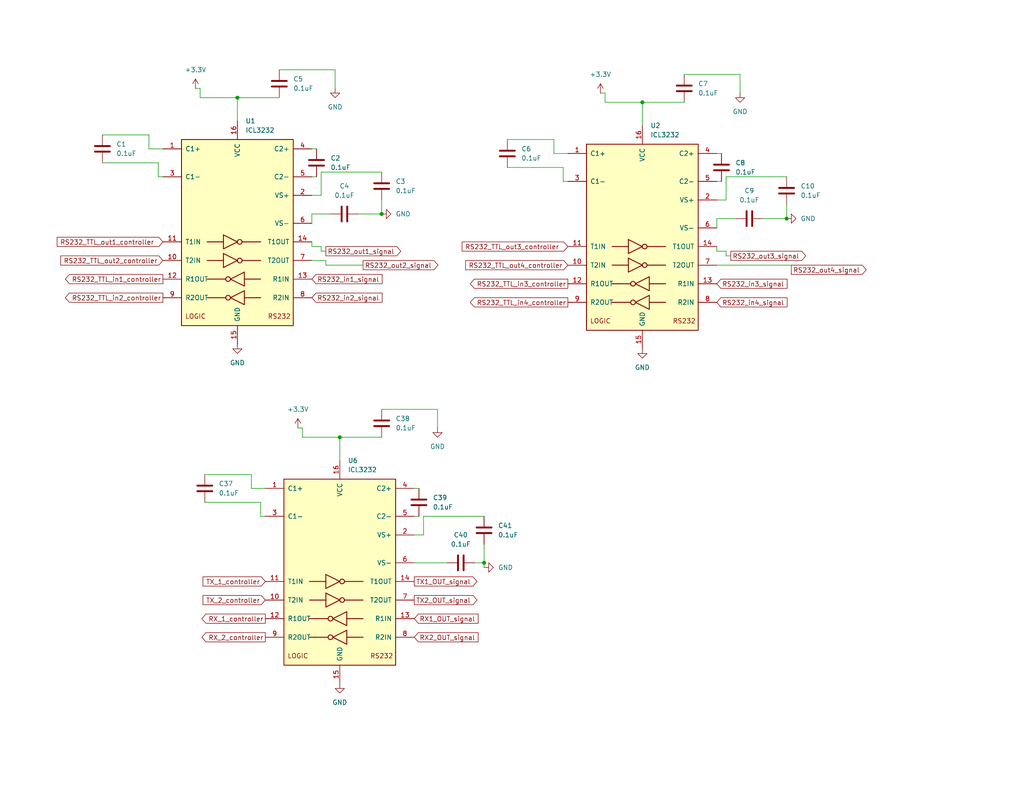
<source format=kicad_sch>
(kicad_sch
	(version 20231120)
	(generator "eeschema")
	(generator_version "8.0")
	(uuid "4366c6ef-ee97-49d7-b6e7-f66e4114d9fc")
	(paper "A")
	(lib_symbols
		(symbol "Device:C"
			(pin_numbers hide)
			(pin_names
				(offset 0.254)
			)
			(exclude_from_sim no)
			(in_bom yes)
			(on_board yes)
			(property "Reference" "C"
				(at 0.635 2.54 0)
				(effects
					(font
						(size 1.27 1.27)
					)
					(justify left)
				)
			)
			(property "Value" "C"
				(at 0.635 -2.54 0)
				(effects
					(font
						(size 1.27 1.27)
					)
					(justify left)
				)
			)
			(property "Footprint" ""
				(at 0.9652 -3.81 0)
				(effects
					(font
						(size 1.27 1.27)
					)
					(hide yes)
				)
			)
			(property "Datasheet" "~"
				(at 0 0 0)
				(effects
					(font
						(size 1.27 1.27)
					)
					(hide yes)
				)
			)
			(property "Description" "Unpolarized capacitor"
				(at 0 0 0)
				(effects
					(font
						(size 1.27 1.27)
					)
					(hide yes)
				)
			)
			(property "ki_keywords" "cap capacitor"
				(at 0 0 0)
				(effects
					(font
						(size 1.27 1.27)
					)
					(hide yes)
				)
			)
			(property "ki_fp_filters" "C_*"
				(at 0 0 0)
				(effects
					(font
						(size 1.27 1.27)
					)
					(hide yes)
				)
			)
			(symbol "C_0_1"
				(polyline
					(pts
						(xy -2.032 -0.762) (xy 2.032 -0.762)
					)
					(stroke
						(width 0.508)
						(type default)
					)
					(fill
						(type none)
					)
				)
				(polyline
					(pts
						(xy -2.032 0.762) (xy 2.032 0.762)
					)
					(stroke
						(width 0.508)
						(type default)
					)
					(fill
						(type none)
					)
				)
			)
			(symbol "C_1_1"
				(pin passive line
					(at 0 3.81 270)
					(length 2.794)
					(name "~"
						(effects
							(font
								(size 1.27 1.27)
							)
						)
					)
					(number "1"
						(effects
							(font
								(size 1.27 1.27)
							)
						)
					)
				)
				(pin passive line
					(at 0 -3.81 90)
					(length 2.794)
					(name "~"
						(effects
							(font
								(size 1.27 1.27)
							)
						)
					)
					(number "2"
						(effects
							(font
								(size 1.27 1.27)
							)
						)
					)
				)
			)
		)
		(symbol "Interface_UART:ICL3232"
			(pin_names
				(offset 1.016)
			)
			(exclude_from_sim no)
			(in_bom yes)
			(on_board yes)
			(property "Reference" "U"
				(at -2.54 28.575 0)
				(effects
					(font
						(size 1.27 1.27)
					)
					(justify right)
				)
			)
			(property "Value" "ICL3232"
				(at -2.54 26.67 0)
				(effects
					(font
						(size 1.27 1.27)
					)
					(justify right)
				)
			)
			(property "Footprint" ""
				(at 1.27 -26.67 0)
				(effects
					(font
						(size 1.27 1.27)
					)
					(justify left)
					(hide yes)
				)
			)
			(property "Datasheet" "http://www.intersil.com/content/dam/Intersil/documents/icl3/icl3221-22-23-32-41-43.pdf"
				(at 0 2.54 0)
				(effects
					(font
						(size 1.27 1.27)
					)
					(hide yes)
				)
			)
			(property "Description" "3.0V to 5.5V, Low-Power, up to 250kbps, True RS-232 Transceivers Using Four 0.1μF External Capacitors"
				(at 0 0 0)
				(effects
					(font
						(size 1.27 1.27)
					)
					(hide yes)
				)
			)
			(property "ki_keywords" "rs232 uart transceiver line-driver"
				(at 0 0 0)
				(effects
					(font
						(size 1.27 1.27)
					)
					(hide yes)
				)
			)
			(property "ki_fp_filters" "SOIC*P1.27mm* DIP*W7.62mm* TSSOP*4.4x5mm*P0.65mm*"
				(at 0 0 0)
				(effects
					(font
						(size 1.27 1.27)
					)
					(hide yes)
				)
			)
			(symbol "ICL3232_0_0"
				(text "LOGIC"
					(at -11.43 -22.86 0)
					(effects
						(font
							(size 1.27 1.27)
						)
					)
				)
				(text "RS232"
					(at 11.43 -22.86 0)
					(effects
						(font
							(size 1.27 1.27)
						)
					)
				)
			)
			(symbol "ICL3232_0_1"
				(rectangle
					(start -15.24 -25.4)
					(end 15.24 25.4)
					(stroke
						(width 0.254)
						(type default)
					)
					(fill
						(type background)
					)
				)
				(circle
					(center -2.54 -17.78)
					(radius 0.635)
					(stroke
						(width 0.254)
						(type default)
					)
					(fill
						(type none)
					)
				)
				(circle
					(center -2.54 -12.7)
					(radius 0.635)
					(stroke
						(width 0.254)
						(type default)
					)
					(fill
						(type none)
					)
				)
				(polyline
					(pts
						(xy -3.81 -7.62) (xy -8.255 -7.62)
					)
					(stroke
						(width 0.254)
						(type default)
					)
					(fill
						(type none)
					)
				)
				(polyline
					(pts
						(xy -3.81 -2.54) (xy -8.255 -2.54)
					)
					(stroke
						(width 0.254)
						(type default)
					)
					(fill
						(type none)
					)
				)
				(polyline
					(pts
						(xy -3.175 -17.78) (xy -8.255 -17.78)
					)
					(stroke
						(width 0.254)
						(type default)
					)
					(fill
						(type none)
					)
				)
				(polyline
					(pts
						(xy -3.175 -12.7) (xy -8.255 -12.7)
					)
					(stroke
						(width 0.254)
						(type default)
					)
					(fill
						(type none)
					)
				)
				(polyline
					(pts
						(xy 1.27 -7.62) (xy 6.35 -7.62)
					)
					(stroke
						(width 0.254)
						(type default)
					)
					(fill
						(type none)
					)
				)
				(polyline
					(pts
						(xy 1.27 -2.54) (xy 6.35 -2.54)
					)
					(stroke
						(width 0.254)
						(type default)
					)
					(fill
						(type none)
					)
				)
				(polyline
					(pts
						(xy 1.905 -17.78) (xy 6.35 -17.78)
					)
					(stroke
						(width 0.254)
						(type default)
					)
					(fill
						(type none)
					)
				)
				(polyline
					(pts
						(xy 1.905 -12.7) (xy 6.35 -12.7)
					)
					(stroke
						(width 0.254)
						(type default)
					)
					(fill
						(type none)
					)
				)
				(polyline
					(pts
						(xy -3.81 -5.715) (xy -3.81 -9.525) (xy 0 -7.62) (xy -3.81 -5.715)
					)
					(stroke
						(width 0.254)
						(type default)
					)
					(fill
						(type none)
					)
				)
				(polyline
					(pts
						(xy -3.81 -0.635) (xy -3.81 -4.445) (xy 0 -2.54) (xy -3.81 -0.635)
					)
					(stroke
						(width 0.254)
						(type default)
					)
					(fill
						(type none)
					)
				)
				(polyline
					(pts
						(xy 1.905 -15.875) (xy 1.905 -19.685) (xy -1.905 -17.78) (xy 1.905 -15.875)
					)
					(stroke
						(width 0.254)
						(type default)
					)
					(fill
						(type none)
					)
				)
				(polyline
					(pts
						(xy 1.905 -10.795) (xy 1.905 -14.605) (xy -1.905 -12.7) (xy 1.905 -10.795)
					)
					(stroke
						(width 0.254)
						(type default)
					)
					(fill
						(type none)
					)
				)
				(circle
					(center 0.635 -7.62)
					(radius 0.635)
					(stroke
						(width 0.254)
						(type default)
					)
					(fill
						(type none)
					)
				)
				(circle
					(center 0.635 -2.54)
					(radius 0.635)
					(stroke
						(width 0.254)
						(type default)
					)
					(fill
						(type none)
					)
				)
			)
			(symbol "ICL3232_1_1"
				(pin passive line
					(at -20.32 22.86 0)
					(length 5.08)
					(name "C1+"
						(effects
							(font
								(size 1.27 1.27)
							)
						)
					)
					(number "1"
						(effects
							(font
								(size 1.27 1.27)
							)
						)
					)
				)
				(pin input line
					(at -20.32 -7.62 0)
					(length 5.08)
					(name "T2IN"
						(effects
							(font
								(size 1.27 1.27)
							)
						)
					)
					(number "10"
						(effects
							(font
								(size 1.27 1.27)
							)
						)
					)
				)
				(pin input line
					(at -20.32 -2.54 0)
					(length 5.08)
					(name "T1IN"
						(effects
							(font
								(size 1.27 1.27)
							)
						)
					)
					(number "11"
						(effects
							(font
								(size 1.27 1.27)
							)
						)
					)
				)
				(pin output line
					(at -20.32 -12.7 0)
					(length 5.08)
					(name "R1OUT"
						(effects
							(font
								(size 1.27 1.27)
							)
						)
					)
					(number "12"
						(effects
							(font
								(size 1.27 1.27)
							)
						)
					)
				)
				(pin input line
					(at 20.32 -12.7 180)
					(length 5.08)
					(name "R1IN"
						(effects
							(font
								(size 1.27 1.27)
							)
						)
					)
					(number "13"
						(effects
							(font
								(size 1.27 1.27)
							)
						)
					)
				)
				(pin output line
					(at 20.32 -2.54 180)
					(length 5.08)
					(name "T1OUT"
						(effects
							(font
								(size 1.27 1.27)
							)
						)
					)
					(number "14"
						(effects
							(font
								(size 1.27 1.27)
							)
						)
					)
				)
				(pin power_in line
					(at 0 -30.48 90)
					(length 5.08)
					(name "GND"
						(effects
							(font
								(size 1.27 1.27)
							)
						)
					)
					(number "15"
						(effects
							(font
								(size 1.27 1.27)
							)
						)
					)
				)
				(pin power_in line
					(at 0 30.48 270)
					(length 5.08)
					(name "VCC"
						(effects
							(font
								(size 1.27 1.27)
							)
						)
					)
					(number "16"
						(effects
							(font
								(size 1.27 1.27)
							)
						)
					)
				)
				(pin power_out line
					(at 20.32 10.16 180)
					(length 5.08)
					(name "VS+"
						(effects
							(font
								(size 1.27 1.27)
							)
						)
					)
					(number "2"
						(effects
							(font
								(size 1.27 1.27)
							)
						)
					)
				)
				(pin passive line
					(at -20.32 15.24 0)
					(length 5.08)
					(name "C1-"
						(effects
							(font
								(size 1.27 1.27)
							)
						)
					)
					(number "3"
						(effects
							(font
								(size 1.27 1.27)
							)
						)
					)
				)
				(pin passive line
					(at 20.32 22.86 180)
					(length 5.08)
					(name "C2+"
						(effects
							(font
								(size 1.27 1.27)
							)
						)
					)
					(number "4"
						(effects
							(font
								(size 1.27 1.27)
							)
						)
					)
				)
				(pin passive line
					(at 20.32 15.24 180)
					(length 5.08)
					(name "C2-"
						(effects
							(font
								(size 1.27 1.27)
							)
						)
					)
					(number "5"
						(effects
							(font
								(size 1.27 1.27)
							)
						)
					)
				)
				(pin power_out line
					(at 20.32 2.54 180)
					(length 5.08)
					(name "VS-"
						(effects
							(font
								(size 1.27 1.27)
							)
						)
					)
					(number "6"
						(effects
							(font
								(size 1.27 1.27)
							)
						)
					)
				)
				(pin output line
					(at 20.32 -7.62 180)
					(length 5.08)
					(name "T2OUT"
						(effects
							(font
								(size 1.27 1.27)
							)
						)
					)
					(number "7"
						(effects
							(font
								(size 1.27 1.27)
							)
						)
					)
				)
				(pin input line
					(at 20.32 -17.78 180)
					(length 5.08)
					(name "R2IN"
						(effects
							(font
								(size 1.27 1.27)
							)
						)
					)
					(number "8"
						(effects
							(font
								(size 1.27 1.27)
							)
						)
					)
				)
				(pin output line
					(at -20.32 -17.78 0)
					(length 5.08)
					(name "R2OUT"
						(effects
							(font
								(size 1.27 1.27)
							)
						)
					)
					(number "9"
						(effects
							(font
								(size 1.27 1.27)
							)
						)
					)
				)
			)
		)
		(symbol "power:+3.3V"
			(power)
			(pin_numbers hide)
			(pin_names
				(offset 0) hide)
			(exclude_from_sim no)
			(in_bom yes)
			(on_board yes)
			(property "Reference" "#PWR"
				(at 0 -3.81 0)
				(effects
					(font
						(size 1.27 1.27)
					)
					(hide yes)
				)
			)
			(property "Value" "+3.3V"
				(at 0 3.556 0)
				(effects
					(font
						(size 1.27 1.27)
					)
				)
			)
			(property "Footprint" ""
				(at 0 0 0)
				(effects
					(font
						(size 1.27 1.27)
					)
					(hide yes)
				)
			)
			(property "Datasheet" ""
				(at 0 0 0)
				(effects
					(font
						(size 1.27 1.27)
					)
					(hide yes)
				)
			)
			(property "Description" "Power symbol creates a global label with name \"+3.3V\""
				(at 0 0 0)
				(effects
					(font
						(size 1.27 1.27)
					)
					(hide yes)
				)
			)
			(property "ki_keywords" "global power"
				(at 0 0 0)
				(effects
					(font
						(size 1.27 1.27)
					)
					(hide yes)
				)
			)
			(symbol "+3.3V_0_1"
				(polyline
					(pts
						(xy -0.762 1.27) (xy 0 2.54)
					)
					(stroke
						(width 0)
						(type default)
					)
					(fill
						(type none)
					)
				)
				(polyline
					(pts
						(xy 0 0) (xy 0 2.54)
					)
					(stroke
						(width 0)
						(type default)
					)
					(fill
						(type none)
					)
				)
				(polyline
					(pts
						(xy 0 2.54) (xy 0.762 1.27)
					)
					(stroke
						(width 0)
						(type default)
					)
					(fill
						(type none)
					)
				)
			)
			(symbol "+3.3V_1_1"
				(pin power_in line
					(at 0 0 90)
					(length 0)
					(name "~"
						(effects
							(font
								(size 1.27 1.27)
							)
						)
					)
					(number "1"
						(effects
							(font
								(size 1.27 1.27)
							)
						)
					)
				)
			)
		)
		(symbol "power:GND"
			(power)
			(pin_numbers hide)
			(pin_names
				(offset 0) hide)
			(exclude_from_sim no)
			(in_bom yes)
			(on_board yes)
			(property "Reference" "#PWR"
				(at 0 -6.35 0)
				(effects
					(font
						(size 1.27 1.27)
					)
					(hide yes)
				)
			)
			(property "Value" "GND"
				(at 0 -3.81 0)
				(effects
					(font
						(size 1.27 1.27)
					)
				)
			)
			(property "Footprint" ""
				(at 0 0 0)
				(effects
					(font
						(size 1.27 1.27)
					)
					(hide yes)
				)
			)
			(property "Datasheet" ""
				(at 0 0 0)
				(effects
					(font
						(size 1.27 1.27)
					)
					(hide yes)
				)
			)
			(property "Description" "Power symbol creates a global label with name \"GND\" , ground"
				(at 0 0 0)
				(effects
					(font
						(size 1.27 1.27)
					)
					(hide yes)
				)
			)
			(property "ki_keywords" "global power"
				(at 0 0 0)
				(effects
					(font
						(size 1.27 1.27)
					)
					(hide yes)
				)
			)
			(symbol "GND_0_1"
				(polyline
					(pts
						(xy 0 0) (xy 0 -1.27) (xy 1.27 -1.27) (xy 0 -2.54) (xy -1.27 -1.27) (xy 0 -1.27)
					)
					(stroke
						(width 0)
						(type default)
					)
					(fill
						(type none)
					)
				)
			)
			(symbol "GND_1_1"
				(pin power_in line
					(at 0 0 270)
					(length 0)
					(name "~"
						(effects
							(font
								(size 1.27 1.27)
							)
						)
					)
					(number "1"
						(effects
							(font
								(size 1.27 1.27)
							)
						)
					)
				)
			)
		)
	)
	(junction
		(at 64.77 26.67)
		(diameter 0)
		(color 0 0 0 0)
		(uuid "30b3de01-300d-494e-acef-7c511c667c45")
	)
	(junction
		(at 104.14 58.42)
		(diameter 0)
		(color 0 0 0 0)
		(uuid "447dc1b1-a972-4fa6-a3e0-94062d890eda")
	)
	(junction
		(at 175.26 27.94)
		(diameter 0)
		(color 0 0 0 0)
		(uuid "6f37c12c-1dde-415a-918c-c53cd822cc1e")
	)
	(junction
		(at 132.08 153.67)
		(diameter 0)
		(color 0 0 0 0)
		(uuid "af2836bf-b503-4760-a73e-2ffc250c83bd")
	)
	(junction
		(at 92.71 119.38)
		(diameter 0)
		(color 0 0 0 0)
		(uuid "c4081122-e6c7-45a3-9868-d7b10adab416")
	)
	(junction
		(at 214.63 59.69)
		(diameter 0)
		(color 0 0 0 0)
		(uuid "d15eae43-ae76-4105-a79e-e0bcdb9e882a")
	)
	(wire
		(pts
			(xy 132.08 148.59) (xy 132.08 153.67)
		)
		(stroke
			(width 0)
			(type default)
		)
		(uuid "03ccfb38-17fe-4b9a-98a6-6d6a024895d3")
	)
	(wire
		(pts
			(xy 215.9 73.66) (xy 215.9 72.39)
		)
		(stroke
			(width 0)
			(type default)
		)
		(uuid "09a64035-1fb5-4fb8-b60e-b22b8e35ecc2")
	)
	(wire
		(pts
			(xy 115.57 140.97) (xy 115.57 146.05)
		)
		(stroke
			(width 0)
			(type default)
		)
		(uuid "0a3ed278-6f83-4321-8d88-6e09e23e9fee")
	)
	(wire
		(pts
			(xy 175.26 27.94) (xy 186.69 27.94)
		)
		(stroke
			(width 0)
			(type default)
		)
		(uuid "0a572997-1b7c-41c4-83da-bbbeaa83f8a8")
	)
	(wire
		(pts
			(xy 132.08 153.67) (xy 132.08 154.94)
		)
		(stroke
			(width 0)
			(type default)
		)
		(uuid "0b13b738-2ec4-4776-9cd8-e3ad02fbf322")
	)
	(wire
		(pts
			(xy 27.94 36.83) (xy 40.64 36.83)
		)
		(stroke
			(width 0)
			(type default)
		)
		(uuid "0b692a66-a7fc-47cc-95e0-4aff6266dff3")
	)
	(wire
		(pts
			(xy 40.64 36.83) (xy 40.64 40.64)
		)
		(stroke
			(width 0)
			(type default)
		)
		(uuid "0b854175-cf56-4f85-b394-9a0a78778bfc")
	)
	(wire
		(pts
			(xy 163.83 25.4) (xy 165.1 25.4)
		)
		(stroke
			(width 0)
			(type default)
		)
		(uuid "1115bd89-2ee2-438a-abe9-ce2335735ca4")
	)
	(wire
		(pts
			(xy 198.12 69.85) (xy 198.12 68.58)
		)
		(stroke
			(width 0)
			(type default)
		)
		(uuid "12d5594c-dd84-4c9c-a222-20a0f6504294")
	)
	(wire
		(pts
			(xy 195.58 59.69) (xy 200.66 59.69)
		)
		(stroke
			(width 0)
			(type default)
		)
		(uuid "162a5675-6268-4f4c-8504-ddf0b8550fa7")
	)
	(wire
		(pts
			(xy 55.88 129.54) (xy 68.58 129.54)
		)
		(stroke
			(width 0)
			(type default)
		)
		(uuid "16a38123-61ad-43a9-ab40-25252527fe0f")
	)
	(wire
		(pts
			(xy 43.18 44.45) (xy 43.18 48.26)
		)
		(stroke
			(width 0)
			(type default)
		)
		(uuid "176d25ed-5171-4581-8387-8ac020d94934")
	)
	(wire
		(pts
			(xy 82.55 116.84) (xy 82.55 119.38)
		)
		(stroke
			(width 0)
			(type default)
		)
		(uuid "1b9e4ed9-6523-489c-b58a-544ead9f162f")
	)
	(wire
		(pts
			(xy 195.58 49.53) (xy 196.85 49.53)
		)
		(stroke
			(width 0)
			(type default)
		)
		(uuid "1d537be8-4fe9-4d4a-b914-aa61114c65a7")
	)
	(wire
		(pts
			(xy 201.93 20.32) (xy 201.93 25.4)
		)
		(stroke
			(width 0)
			(type default)
		)
		(uuid "25c8237c-32bc-4a43-bca6-5e22c4990504")
	)
	(wire
		(pts
			(xy 151.13 41.91) (xy 154.94 41.91)
		)
		(stroke
			(width 0)
			(type default)
		)
		(uuid "26a5e83c-8cbf-4f8a-ae6d-b96601502bd4")
	)
	(wire
		(pts
			(xy 87.63 68.58) (xy 87.63 67.31)
		)
		(stroke
			(width 0)
			(type default)
		)
		(uuid "277a1a95-b931-490f-b367-a6f71b91ba12")
	)
	(wire
		(pts
			(xy 43.18 48.26) (xy 44.45 48.26)
		)
		(stroke
			(width 0)
			(type default)
		)
		(uuid "2a7663d2-a363-4f5b-b4fc-b81633e70443")
	)
	(wire
		(pts
			(xy 138.43 45.72) (xy 153.67 45.72)
		)
		(stroke
			(width 0)
			(type default)
		)
		(uuid "2c20545a-fe6d-47bd-b5a4-6110196bd989")
	)
	(wire
		(pts
			(xy 113.03 153.67) (xy 121.92 153.67)
		)
		(stroke
			(width 0)
			(type default)
		)
		(uuid "2ca392fe-0ce9-49c2-accd-e4d3404c29d9")
	)
	(wire
		(pts
			(xy 92.71 119.38) (xy 92.71 125.73)
		)
		(stroke
			(width 0)
			(type default)
		)
		(uuid "2e6d8d37-60d5-418c-9947-e6750a24c4f4")
	)
	(wire
		(pts
			(xy 113.03 133.35) (xy 114.3 133.35)
		)
		(stroke
			(width 0)
			(type default)
		)
		(uuid "2f953652-da95-47e3-ac05-b780dbf61209")
	)
	(wire
		(pts
			(xy 82.55 119.38) (xy 92.71 119.38)
		)
		(stroke
			(width 0)
			(type default)
		)
		(uuid "32a121ac-5755-448f-b64f-7304c631669d")
	)
	(wire
		(pts
			(xy 208.28 59.69) (xy 214.63 59.69)
		)
		(stroke
			(width 0)
			(type default)
		)
		(uuid "35bb4b4e-4ced-4a2f-bc70-a85ce5e159f6")
	)
	(wire
		(pts
			(xy 198.12 54.61) (xy 195.58 54.61)
		)
		(stroke
			(width 0)
			(type default)
		)
		(uuid "3917dedd-c8d3-423b-8874-2c6c77842388")
	)
	(wire
		(pts
			(xy 91.44 19.05) (xy 91.44 24.13)
		)
		(stroke
			(width 0)
			(type default)
		)
		(uuid "3a90ab92-73d9-415a-8bed-fe53ab2101f3")
	)
	(wire
		(pts
			(xy 68.58 133.35) (xy 72.39 133.35)
		)
		(stroke
			(width 0)
			(type default)
		)
		(uuid "40a50940-6c14-4e76-8b22-f01a55fb439f")
	)
	(wire
		(pts
			(xy 97.79 58.42) (xy 104.14 58.42)
		)
		(stroke
			(width 0)
			(type default)
		)
		(uuid "4204b1e1-d8cd-4a0f-9aa8-1f4b47a258a7")
	)
	(wire
		(pts
			(xy 92.71 119.38) (xy 104.14 119.38)
		)
		(stroke
			(width 0)
			(type default)
		)
		(uuid "4cf2b360-3e1a-481a-abdf-b582a29bfeb9")
	)
	(wire
		(pts
			(xy 129.54 153.67) (xy 132.08 153.67)
		)
		(stroke
			(width 0)
			(type default)
		)
		(uuid "4f16b838-0a9d-40fd-b358-fc003a97f834")
	)
	(wire
		(pts
			(xy 119.38 111.76) (xy 119.38 116.84)
		)
		(stroke
			(width 0)
			(type default)
		)
		(uuid "50002ac0-530d-449d-9ab4-49a3df220004")
	)
	(wire
		(pts
			(xy 71.12 137.16) (xy 71.12 140.97)
		)
		(stroke
			(width 0)
			(type default)
		)
		(uuid "55454b30-c6fd-497b-9281-1b8c161f01d1")
	)
	(wire
		(pts
			(xy 85.09 60.96) (xy 85.09 58.42)
		)
		(stroke
			(width 0)
			(type default)
		)
		(uuid "562b6c5c-aa63-4b54-ba37-294aeefe5db1")
	)
	(wire
		(pts
			(xy 175.26 27.94) (xy 175.26 34.29)
		)
		(stroke
			(width 0)
			(type default)
		)
		(uuid "564dddb4-6ae2-4ad0-8b5e-9dd22a869af4")
	)
	(wire
		(pts
			(xy 76.2 19.05) (xy 91.44 19.05)
		)
		(stroke
			(width 0)
			(type default)
		)
		(uuid "58cdcf54-4fa5-4d63-b045-ac7172295396")
	)
	(wire
		(pts
			(xy 195.58 68.58) (xy 195.58 67.31)
		)
		(stroke
			(width 0)
			(type default)
		)
		(uuid "59236279-9610-4b88-a04e-3caa58788a2c")
	)
	(wire
		(pts
			(xy 195.58 41.91) (xy 196.85 41.91)
		)
		(stroke
			(width 0)
			(type default)
		)
		(uuid "5bb4c0d3-ba17-4720-8d54-0b4bfdb914d9")
	)
	(wire
		(pts
			(xy 54.61 26.67) (xy 64.77 26.67)
		)
		(stroke
			(width 0)
			(type default)
		)
		(uuid "5cd13fb9-7616-4cf4-b50a-ef48d0aceea3")
	)
	(wire
		(pts
			(xy 87.63 46.99) (xy 104.14 46.99)
		)
		(stroke
			(width 0)
			(type default)
		)
		(uuid "65f8eb89-b424-4091-a342-fbe95676df20")
	)
	(wire
		(pts
			(xy 55.88 137.16) (xy 71.12 137.16)
		)
		(stroke
			(width 0)
			(type default)
		)
		(uuid "6ef2db05-9e95-49c4-bd75-793240469465")
	)
	(wire
		(pts
			(xy 64.77 26.67) (xy 64.77 33.02)
		)
		(stroke
			(width 0)
			(type default)
		)
		(uuid "753dc2ee-6f58-42ea-8cbb-d159260bd477")
	)
	(wire
		(pts
			(xy 104.14 111.76) (xy 119.38 111.76)
		)
		(stroke
			(width 0)
			(type default)
		)
		(uuid "7b944d96-9645-488c-b514-abad7c3383d6")
	)
	(wire
		(pts
			(xy 87.63 46.99) (xy 87.63 53.34)
		)
		(stroke
			(width 0)
			(type default)
		)
		(uuid "7d8c1aad-eb65-4cd2-9b01-02fd2a8f0f90")
	)
	(wire
		(pts
			(xy 198.12 48.26) (xy 214.63 48.26)
		)
		(stroke
			(width 0)
			(type default)
		)
		(uuid "84909aef-7f35-47dc-975e-0a4bf92bc429")
	)
	(wire
		(pts
			(xy 151.13 38.1) (xy 151.13 41.91)
		)
		(stroke
			(width 0)
			(type default)
		)
		(uuid "8b7324ad-f610-4514-9e83-826e3ba78e28")
	)
	(wire
		(pts
			(xy 85.09 58.42) (xy 90.17 58.42)
		)
		(stroke
			(width 0)
			(type default)
		)
		(uuid "8b848206-0059-49b5-918e-5375242f11d2")
	)
	(wire
		(pts
			(xy 198.12 48.26) (xy 198.12 54.61)
		)
		(stroke
			(width 0)
			(type default)
		)
		(uuid "8d11446c-7b62-4b0f-bc07-85d8a07bc8b2")
	)
	(wire
		(pts
			(xy 53.34 24.13) (xy 54.61 24.13)
		)
		(stroke
			(width 0)
			(type default)
		)
		(uuid "93b4c731-5e0f-4fe4-8851-3c6d8ce4c884")
	)
	(wire
		(pts
			(xy 214.63 59.69) (xy 214.63 55.88)
		)
		(stroke
			(width 0)
			(type default)
		)
		(uuid "96d6d937-0ef6-4b5d-b200-2ba0757c50e0")
	)
	(wire
		(pts
			(xy 195.58 72.39) (xy 215.9 72.39)
		)
		(stroke
			(width 0)
			(type default)
		)
		(uuid "a15df3a5-3d82-4d07-b70d-71ca5c7a78c5")
	)
	(wire
		(pts
			(xy 198.12 68.58) (xy 195.58 68.58)
		)
		(stroke
			(width 0)
			(type default)
		)
		(uuid "a6cdd0fa-9ee0-4b7e-9768-46ac147cb5da")
	)
	(wire
		(pts
			(xy 115.57 146.05) (xy 113.03 146.05)
		)
		(stroke
			(width 0)
			(type default)
		)
		(uuid "a87c8bb0-1b45-4e29-b00f-7b5f1dc36190")
	)
	(wire
		(pts
			(xy 54.61 24.13) (xy 54.61 26.67)
		)
		(stroke
			(width 0)
			(type default)
		)
		(uuid "a9135145-2e10-4b67-bfc8-f64f0bc351e4")
	)
	(wire
		(pts
			(xy 199.39 69.85) (xy 198.12 69.85)
		)
		(stroke
			(width 0)
			(type default)
		)
		(uuid "aa043952-8053-4e9b-927a-30471bcf3151")
	)
	(wire
		(pts
			(xy 153.67 49.53) (xy 154.94 49.53)
		)
		(stroke
			(width 0)
			(type default)
		)
		(uuid "ae6fcc15-5ead-4c3e-ac57-92e72c598bab")
	)
	(wire
		(pts
			(xy 186.69 20.32) (xy 201.93 20.32)
		)
		(stroke
			(width 0)
			(type default)
		)
		(uuid "afdc9d34-6455-45f6-8888-b728b33acf80")
	)
	(wire
		(pts
			(xy 165.1 25.4) (xy 165.1 27.94)
		)
		(stroke
			(width 0)
			(type default)
		)
		(uuid "b04abe9f-d5ac-443f-9a2b-fab29f9a7f41")
	)
	(wire
		(pts
			(xy 71.12 140.97) (xy 72.39 140.97)
		)
		(stroke
			(width 0)
			(type default)
		)
		(uuid "b991cc41-56ff-40b6-bd82-8a439389b3c3")
	)
	(wire
		(pts
			(xy 87.63 67.31) (xy 85.09 67.31)
		)
		(stroke
			(width 0)
			(type default)
		)
		(uuid "b9b7c6d5-e15f-4e2d-b0a7-6ba7fa47d47d")
	)
	(wire
		(pts
			(xy 195.58 62.23) (xy 195.58 59.69)
		)
		(stroke
			(width 0)
			(type default)
		)
		(uuid "ba7a9bdb-cc19-4cc0-8ac4-8b10d4cc4bef")
	)
	(wire
		(pts
			(xy 40.64 40.64) (xy 44.45 40.64)
		)
		(stroke
			(width 0)
			(type default)
		)
		(uuid "bfd432c4-7ab6-4115-9b30-7d88c93a6192")
	)
	(wire
		(pts
			(xy 115.57 140.97) (xy 132.08 140.97)
		)
		(stroke
			(width 0)
			(type default)
		)
		(uuid "c1c20eda-43aa-4ed1-95db-e88624435d7e")
	)
	(wire
		(pts
			(xy 153.67 45.72) (xy 153.67 49.53)
		)
		(stroke
			(width 0)
			(type default)
		)
		(uuid "c397fecb-cf6a-4a81-a8a2-d413964be8ff")
	)
	(wire
		(pts
			(xy 87.63 53.34) (xy 85.09 53.34)
		)
		(stroke
			(width 0)
			(type default)
		)
		(uuid "c496a6e0-017c-45fe-84e6-ea419fd12d84")
	)
	(wire
		(pts
			(xy 85.09 71.12) (xy 88.9 71.12)
		)
		(stroke
			(width 0)
			(type default)
		)
		(uuid "c7ce4787-b4c8-4012-80d0-70f4ec258747")
	)
	(wire
		(pts
			(xy 165.1 27.94) (xy 175.26 27.94)
		)
		(stroke
			(width 0)
			(type default)
		)
		(uuid "ceb713b6-ea8e-4281-9778-0b3873c7f12d")
	)
	(wire
		(pts
			(xy 99.06 72.39) (xy 88.9 72.39)
		)
		(stroke
			(width 0)
			(type default)
		)
		(uuid "df24d30a-df51-4a3b-a3c0-aa1e5e2e225c")
	)
	(wire
		(pts
			(xy 85.09 48.26) (xy 86.36 48.26)
		)
		(stroke
			(width 0)
			(type default)
		)
		(uuid "e1bbbb38-faf7-46f4-932d-5450a63e8d4e")
	)
	(wire
		(pts
			(xy 113.03 140.97) (xy 114.3 140.97)
		)
		(stroke
			(width 0)
			(type default)
		)
		(uuid "e6fc2417-9003-401a-a05b-f2ade62cf443")
	)
	(wire
		(pts
			(xy 68.58 129.54) (xy 68.58 133.35)
		)
		(stroke
			(width 0)
			(type default)
		)
		(uuid "e73dc7c7-a505-40ba-8199-dc293df90013")
	)
	(wire
		(pts
			(xy 88.9 68.58) (xy 87.63 68.58)
		)
		(stroke
			(width 0)
			(type default)
		)
		(uuid "eba1d3a0-90c3-4310-9c2a-99f4bd660b0a")
	)
	(wire
		(pts
			(xy 85.09 40.64) (xy 86.36 40.64)
		)
		(stroke
			(width 0)
			(type default)
		)
		(uuid "ecb9e11b-09ab-496f-bf4e-098322fed6b0")
	)
	(wire
		(pts
			(xy 27.94 44.45) (xy 43.18 44.45)
		)
		(stroke
			(width 0)
			(type default)
		)
		(uuid "ef53f931-827b-40c3-b157-88abecfa7cb9")
	)
	(wire
		(pts
			(xy 64.77 26.67) (xy 76.2 26.67)
		)
		(stroke
			(width 0)
			(type default)
		)
		(uuid "ef9eae82-8812-47aa-8f8a-f3eb2c48df3b")
	)
	(wire
		(pts
			(xy 138.43 38.1) (xy 151.13 38.1)
		)
		(stroke
			(width 0)
			(type default)
		)
		(uuid "f1f1b361-1147-421e-ac1d-a5069c1c2998")
	)
	(wire
		(pts
			(xy 104.14 58.42) (xy 104.14 54.61)
		)
		(stroke
			(width 0)
			(type default)
		)
		(uuid "f293955a-08c6-4382-af72-bf8828152818")
	)
	(wire
		(pts
			(xy 88.9 72.39) (xy 88.9 71.12)
		)
		(stroke
			(width 0)
			(type default)
		)
		(uuid "f51c8579-af4d-44ef-866f-7d2706597a29")
	)
	(wire
		(pts
			(xy 85.09 67.31) (xy 85.09 66.04)
		)
		(stroke
			(width 0)
			(type default)
		)
		(uuid "f93f1534-0188-4ea0-bbd3-aa34d15cc0d9")
	)
	(wire
		(pts
			(xy 81.28 116.84) (xy 82.55 116.84)
		)
		(stroke
			(width 0)
			(type default)
		)
		(uuid "ff80bbc2-5543-4088-9f90-7efd5b8b3df4")
	)
	(global_label "RX_1_controller"
		(shape output)
		(at 72.39 168.91 180)
		(fields_autoplaced yes)
		(effects
			(font
				(size 1.27 1.27)
			)
			(justify right)
		)
		(uuid "16046854-bd44-47db-8a6e-7876b9d27298")
		(property "Intersheetrefs" "${INTERSHEET_REFS}"
			(at 54.5279 168.91 0)
			(effects
				(font
					(size 1.27 1.27)
				)
				(justify right)
				(hide yes)
			)
		)
	)
	(global_label "RS232_TTL_in1_controller"
		(shape output)
		(at 44.45 76.2 180)
		(fields_autoplaced yes)
		(effects
			(font
				(size 1.27 1.27)
			)
			(justify right)
		)
		(uuid "25b11eac-133d-4e81-8e16-704859b40f11")
		(property "Intersheetrefs" "${INTERSHEET_REFS}"
			(at 17.2747 76.2 0)
			(effects
				(font
					(size 1.27 1.27)
				)
				(justify right)
				(hide yes)
			)
		)
	)
	(global_label "RS232_in1_signal"
		(shape input)
		(at 85.09 76.2 0)
		(fields_autoplaced yes)
		(effects
			(font
				(size 1.27 1.27)
			)
			(justify left)
		)
		(uuid "26212139-fee0-4cdd-a5e0-092330c79458")
		(property "Intersheetrefs" "${INTERSHEET_REFS}"
			(at 104.8268 76.2 0)
			(effects
				(font
					(size 1.27 1.27)
				)
				(justify left)
				(hide yes)
			)
		)
	)
	(global_label "RS232_TTL_out3_controller "
		(shape input)
		(at 154.94 67.31 180)
		(fields_autoplaced yes)
		(effects
			(font
				(size 1.27 1.27)
			)
			(justify right)
		)
		(uuid "423eb67d-a4be-4e91-883b-8c6639b6e78a")
		(property "Intersheetrefs" "${INTERSHEET_REFS}"
			(at 125.5272 67.31 0)
			(effects
				(font
					(size 1.27 1.27)
				)
				(justify right)
				(hide yes)
			)
		)
	)
	(global_label "TX1_OUT_signal"
		(shape output)
		(at 113.03 158.75 0)
		(fields_autoplaced yes)
		(effects
			(font
				(size 1.27 1.27)
			)
			(justify left)
		)
		(uuid "590fb0c5-4729-4479-bf38-9c3ac43748e2")
		(property "Intersheetrefs" "${INTERSHEET_REFS}"
			(at 123.998 158.75 0)
			(effects
				(font
					(size 1.27 1.27)
				)
				(justify left)
				(hide yes)
			)
		)
	)
	(global_label "RS232_out1_signal"
		(shape output)
		(at 88.9 68.58 0)
		(fields_autoplaced yes)
		(effects
			(font
				(size 1.27 1.27)
			)
			(justify left)
		)
		(uuid "60812a7f-55b1-499f-8e0a-b8d891c67648")
		(property "Intersheetrefs" "${INTERSHEET_REFS}"
			(at 109.9067 68.58 0)
			(effects
				(font
					(size 1.27 1.27)
				)
				(justify left)
				(hide yes)
			)
		)
	)
	(global_label "RS232_out4_signal"
		(shape output)
		(at 215.9 73.66 0)
		(fields_autoplaced yes)
		(effects
			(font
				(size 1.27 1.27)
			)
			(justify left)
		)
		(uuid "627c74fd-1694-448d-abfe-97ae9bdd8a52")
		(property "Intersheetrefs" "${INTERSHEET_REFS}"
			(at 236.9067 73.66 0)
			(effects
				(font
					(size 1.27 1.27)
				)
				(justify left)
				(hide yes)
			)
		)
	)
	(global_label "TX_1_controller"
		(shape input)
		(at 72.39 158.75 180)
		(fields_autoplaced yes)
		(effects
			(font
				(size 1.27 1.27)
			)
			(justify right)
		)
		(uuid "88d84b0e-43c0-4755-8f3c-26d1ee62d245")
		(property "Intersheetrefs" "${INTERSHEET_REFS}"
			(at 54.8303 158.75 0)
			(effects
				(font
					(size 1.27 1.27)
				)
				(justify right)
				(hide yes)
			)
		)
	)
	(global_label "RX2_OUT_signal"
		(shape input)
		(at 113.03 173.99 0)
		(fields_autoplaced yes)
		(effects
			(font
				(size 1.27 1.27)
			)
			(justify left)
		)
		(uuid "8e688d55-adee-4b33-9d55-6159da46d243")
		(property "Intersheetrefs" "${INTERSHEET_REFS}"
			(at 124.3004 173.99 0)
			(effects
				(font
					(size 1.27 1.27)
				)
				(justify left)
				(hide yes)
			)
		)
	)
	(global_label "RS232_TTL_in3_controller"
		(shape output)
		(at 154.94 77.47 180)
		(fields_autoplaced yes)
		(effects
			(font
				(size 1.27 1.27)
			)
			(justify right)
		)
		(uuid "8fe8fc34-83c0-4acd-962c-c41c638cb7a1")
		(property "Intersheetrefs" "${INTERSHEET_REFS}"
			(at 127.7647 77.47 0)
			(effects
				(font
					(size 1.27 1.27)
				)
				(justify right)
				(hide yes)
			)
		)
	)
	(global_label "RX_2_controller"
		(shape output)
		(at 72.39 173.99 180)
		(fields_autoplaced yes)
		(effects
			(font
				(size 1.27 1.27)
			)
			(justify right)
		)
		(uuid "95841de6-3270-4c4c-8095-30e74b1dcc6b")
		(property "Intersheetrefs" "${INTERSHEET_REFS}"
			(at 54.5279 173.99 0)
			(effects
				(font
					(size 1.27 1.27)
				)
				(justify right)
				(hide yes)
			)
		)
	)
	(global_label "RS232_in2_signal"
		(shape input)
		(at 85.09 81.28 0)
		(fields_autoplaced yes)
		(effects
			(font
				(size 1.27 1.27)
			)
			(justify left)
		)
		(uuid "96901482-0ff3-4709-94e9-1dd0a6fde102")
		(property "Intersheetrefs" "${INTERSHEET_REFS}"
			(at 104.8268 81.28 0)
			(effects
				(font
					(size 1.27 1.27)
				)
				(justify left)
				(hide yes)
			)
		)
	)
	(global_label "RS232_TTL_in2_controller"
		(shape output)
		(at 44.45 81.28 180)
		(fields_autoplaced yes)
		(effects
			(font
				(size 1.27 1.27)
			)
			(justify right)
		)
		(uuid "97a2c0c0-88a5-4afb-a318-3a1532d617af")
		(property "Intersheetrefs" "${INTERSHEET_REFS}"
			(at 17.2747 81.28 0)
			(effects
				(font
					(size 1.27 1.27)
				)
				(justify right)
				(hide yes)
			)
		)
	)
	(global_label "RX1_OUT_signal"
		(shape input)
		(at 113.03 168.91 0)
		(fields_autoplaced yes)
		(effects
			(font
				(size 1.27 1.27)
			)
			(justify left)
		)
		(uuid "9ae960e0-36af-481b-9475-d95bc57b3e45")
		(property "Intersheetrefs" "${INTERSHEET_REFS}"
			(at 131.0131 168.91 0)
			(effects
				(font
					(size 1.27 1.27)
				)
				(justify left)
				(hide yes)
			)
		)
	)
	(global_label "RS232_in3_signal"
		(shape input)
		(at 195.58 77.47 0)
		(fields_autoplaced yes)
		(effects
			(font
				(size 1.27 1.27)
			)
			(justify left)
		)
		(uuid "9fa1af12-4205-4d60-a77c-d71709e95817")
		(property "Intersheetrefs" "${INTERSHEET_REFS}"
			(at 215.3168 77.47 0)
			(effects
				(font
					(size 1.27 1.27)
				)
				(justify left)
				(hide yes)
			)
		)
	)
	(global_label "TX2_OUT_signal"
		(shape output)
		(at 113.03 163.83 0)
		(fields_autoplaced yes)
		(effects
			(font
				(size 1.27 1.27)
			)
			(justify left)
		)
		(uuid "a2af0a33-1017-426a-9fe0-7b5868bab575")
		(property "Intersheetrefs" "${INTERSHEET_REFS}"
			(at 123.998 163.83 0)
			(effects
				(font
					(size 1.27 1.27)
				)
				(justify left)
				(hide yes)
			)
		)
	)
	(global_label "RS232_TTL_in4_controller"
		(shape output)
		(at 154.94 82.55 180)
		(fields_autoplaced yes)
		(effects
			(font
				(size 1.27 1.27)
			)
			(justify right)
		)
		(uuid "a998dcbe-3fe9-46ed-8487-54012604948c")
		(property "Intersheetrefs" "${INTERSHEET_REFS}"
			(at 127.7647 82.55 0)
			(effects
				(font
					(size 1.27 1.27)
				)
				(justify right)
				(hide yes)
			)
		)
	)
	(global_label "RS232_out3_signal"
		(shape output)
		(at 199.39 69.85 0)
		(fields_autoplaced yes)
		(effects
			(font
				(size 1.27 1.27)
			)
			(justify left)
		)
		(uuid "ac5cf929-d7c0-4a22-a102-e5e171f3b0e6")
		(property "Intersheetrefs" "${INTERSHEET_REFS}"
			(at 220.3967 69.85 0)
			(effects
				(font
					(size 1.27 1.27)
				)
				(justify left)
				(hide yes)
			)
		)
	)
	(global_label "RS232_in4_signal"
		(shape input)
		(at 195.58 82.55 0)
		(fields_autoplaced yes)
		(effects
			(font
				(size 1.27 1.27)
			)
			(justify left)
		)
		(uuid "aeaa9ff9-7ef9-4288-b5b4-4a582c4c63bf")
		(property "Intersheetrefs" "${INTERSHEET_REFS}"
			(at 215.3168 82.55 0)
			(effects
				(font
					(size 1.27 1.27)
				)
				(justify left)
				(hide yes)
			)
		)
	)
	(global_label "RS232_out2_signal"
		(shape output)
		(at 99.06 72.39 0)
		(fields_autoplaced yes)
		(effects
			(font
				(size 1.27 1.27)
			)
			(justify left)
		)
		(uuid "d36e481d-5ff6-4420-8197-551cacb59240")
		(property "Intersheetrefs" "${INTERSHEET_REFS}"
			(at 120.0667 72.39 0)
			(effects
				(font
					(size 1.27 1.27)
				)
				(justify left)
				(hide yes)
			)
		)
	)
	(global_label "TX_2_controller"
		(shape input)
		(at 72.39 163.83 180)
		(fields_autoplaced yes)
		(effects
			(font
				(size 1.27 1.27)
			)
			(justify right)
		)
		(uuid "dc636191-5ce8-45e6-a091-3715bc7830f1")
		(property "Intersheetrefs" "${INTERSHEET_REFS}"
			(at 54.8303 163.83 0)
			(effects
				(font
					(size 1.27 1.27)
				)
				(justify right)
				(hide yes)
			)
		)
	)
	(global_label "RS232_TTL_out1_controller "
		(shape input)
		(at 44.45 66.04 180)
		(fields_autoplaced yes)
		(effects
			(font
				(size 1.27 1.27)
			)
			(justify right)
		)
		(uuid "ef2b160e-daef-4de8-9c73-f29d726fe089")
		(property "Intersheetrefs" "${INTERSHEET_REFS}"
			(at 15.0372 66.04 0)
			(effects
				(font
					(size 1.27 1.27)
				)
				(justify right)
				(hide yes)
			)
		)
	)
	(global_label "RS232_TTL_out4_controller"
		(shape input)
		(at 154.94 72.39 180)
		(fields_autoplaced yes)
		(effects
			(font
				(size 1.27 1.27)
			)
			(justify right)
		)
		(uuid "f8f072d7-3a02-4ab3-9ff4-d4434af38d16")
		(property "Intersheetrefs" "${INTERSHEET_REFS}"
			(at 126.4948 72.39 0)
			(effects
				(font
					(size 1.27 1.27)
				)
				(justify right)
				(hide yes)
			)
		)
	)
	(global_label "RS232_TTL_out2_controller"
		(shape input)
		(at 44.45 71.12 180)
		(fields_autoplaced yes)
		(effects
			(font
				(size 1.27 1.27)
			)
			(justify right)
		)
		(uuid "f941f24c-4414-460f-94ac-23f850891e48")
		(property "Intersheetrefs" "${INTERSHEET_REFS}"
			(at 16.0048 71.12 0)
			(effects
				(font
					(size 1.27 1.27)
				)
				(justify right)
				(hide yes)
			)
		)
	)
	(symbol
		(lib_id "Interface_UART:ICL3232")
		(at 175.26 64.77 0)
		(unit 1)
		(exclude_from_sim no)
		(in_bom yes)
		(on_board yes)
		(dnp no)
		(fields_autoplaced yes)
		(uuid "0a49341e-8d36-450a-8a99-53a213000b9a")
		(property "Reference" "U2"
			(at 177.4541 34.29 0)
			(effects
				(font
					(size 1.27 1.27)
				)
				(justify left)
			)
		)
		(property "Value" "ICL3232"
			(at 177.4541 36.83 0)
			(effects
				(font
					(size 1.27 1.27)
				)
				(justify left)
			)
		)
		(property "Footprint" "Package_SO:SOIC-16_3.9x9.9mm_P1.27mm"
			(at 176.53 91.44 0)
			(effects
				(font
					(size 1.27 1.27)
				)
				(justify left)
				(hide yes)
			)
		)
		(property "Datasheet" "http://www.intersil.com/content/dam/Intersil/documents/icl3/icl3221-22-23-32-41-43.pdf"
			(at 175.26 62.23 0)
			(effects
				(font
					(size 1.27 1.27)
				)
				(hide yes)
			)
		)
		(property "Description" "3.0V to 5.5V, Low-Power, up to 250kbps, True RS-232 Transceivers Using Four 0.1μF External Capacitors"
			(at 175.26 64.77 0)
			(effects
				(font
					(size 1.27 1.27)
				)
				(hide yes)
			)
		)
		(pin "8"
			(uuid "720dcbb9-3bf0-4744-b78e-eb98ebe9cb83")
		)
		(pin "12"
			(uuid "d1fa8f11-5fc2-4a76-992f-53ee8fa60927")
		)
		(pin "1"
			(uuid "04e8ac90-6384-45e2-9a41-c935f9e13d53")
		)
		(pin "3"
			(uuid "defb4a4b-da00-438d-9785-6d4aef836be5")
		)
		(pin "10"
			(uuid "81e531d6-72ba-41cc-a115-4e9c2f0f79af")
		)
		(pin "13"
			(uuid "e9c1e32a-c7e1-46b6-81d7-074a531ba052")
		)
		(pin "7"
			(uuid "a22dfc5b-84d8-4c8d-878c-385115c297e0")
		)
		(pin "2"
			(uuid "7a7ff31d-c661-49ff-8fc8-7120fa393f5a")
		)
		(pin "6"
			(uuid "d35801b8-cb1e-45cf-8e40-dec9c4006d51")
		)
		(pin "5"
			(uuid "00173210-05a1-4b21-9c22-2de2f59f2e23")
		)
		(pin "14"
			(uuid "d5fb7d6c-1776-4c1a-89aa-005673718ff0")
		)
		(pin "11"
			(uuid "08ba0d7f-26db-4143-a4da-7006dbd97f99")
		)
		(pin "15"
			(uuid "dfdaa81c-0861-479d-92b1-134682c5d42a")
		)
		(pin "16"
			(uuid "0dc028ba-a137-4c99-ab92-61e782b3037f")
		)
		(pin "4"
			(uuid "49deecc8-99e5-4f33-ba84-3b6d82edd55e")
		)
		(pin "9"
			(uuid "fde05ca0-6ad1-41e0-8210-9ca970f0f53a")
		)
		(instances
			(project "NEOCERA_jnr_project"
				(path "/a8746ab6-0163-416c-99f9-0036ded73fc6/f4efddb7-db53-433c-ab56-6972b865441e"
					(reference "U2")
					(unit 1)
				)
			)
		)
	)
	(symbol
		(lib_id "Device:C")
		(at 93.98 58.42 90)
		(unit 1)
		(exclude_from_sim no)
		(in_bom yes)
		(on_board yes)
		(dnp no)
		(fields_autoplaced yes)
		(uuid "0bf3b841-7bee-4dff-8d75-cf4abcbf6302")
		(property "Reference" "C4"
			(at 93.98 50.8 90)
			(effects
				(font
					(size 1.27 1.27)
				)
			)
		)
		(property "Value" "0.1uF"
			(at 93.98 53.34 90)
			(effects
				(font
					(size 1.27 1.27)
				)
			)
		)
		(property "Footprint" "Capacitor_SMD:C_0603_1608Metric_Pad1.08x0.95mm_HandSolder"
			(at 97.79 57.4548 0)
			(effects
				(font
					(size 1.27 1.27)
				)
				(hide yes)
			)
		)
		(property "Datasheet" "~"
			(at 93.98 58.42 0)
			(effects
				(font
					(size 1.27 1.27)
				)
				(hide yes)
			)
		)
		(property "Description" "Unpolarized capacitor"
			(at 93.98 58.42 0)
			(effects
				(font
					(size 1.27 1.27)
				)
				(hide yes)
			)
		)
		(pin "2"
			(uuid "980e7001-7553-4021-be1c-0949e707ed37")
		)
		(pin "1"
			(uuid "060f647c-23bc-4ca5-a858-03e69b543be8")
		)
		(instances
			(project "NEOCERA_jnr_project"
				(path "/a8746ab6-0163-416c-99f9-0036ded73fc6/f4efddb7-db53-433c-ab56-6972b865441e"
					(reference "C4")
					(unit 1)
				)
			)
		)
	)
	(symbol
		(lib_id "power:+3.3V")
		(at 81.28 116.84 0)
		(unit 1)
		(exclude_from_sim no)
		(in_bom yes)
		(on_board yes)
		(dnp no)
		(fields_autoplaced yes)
		(uuid "12f09cff-5807-4da2-a1f3-74660935512a")
		(property "Reference" "#PWR024"
			(at 81.28 120.65 0)
			(effects
				(font
					(size 1.27 1.27)
				)
				(hide yes)
			)
		)
		(property "Value" "+3.3V"
			(at 81.28 111.76 0)
			(effects
				(font
					(size 1.27 1.27)
				)
			)
		)
		(property "Footprint" ""
			(at 81.28 116.84 0)
			(effects
				(font
					(size 1.27 1.27)
				)
				(hide yes)
			)
		)
		(property "Datasheet" ""
			(at 81.28 116.84 0)
			(effects
				(font
					(size 1.27 1.27)
				)
				(hide yes)
			)
		)
		(property "Description" "Power symbol creates a global label with name \"+3.3V\""
			(at 81.28 116.84 0)
			(effects
				(font
					(size 1.27 1.27)
				)
				(hide yes)
			)
		)
		(pin "1"
			(uuid "db77cf2f-5d6d-422e-a4b2-04c8f7b2247e")
		)
		(instances
			(project "NEOCERA_jnr_project"
				(path "/a8746ab6-0163-416c-99f9-0036ded73fc6/f4efddb7-db53-433c-ab56-6972b865441e"
					(reference "#PWR024")
					(unit 1)
				)
			)
		)
	)
	(symbol
		(lib_id "Device:C")
		(at 104.14 115.57 0)
		(unit 1)
		(exclude_from_sim no)
		(in_bom yes)
		(on_board yes)
		(dnp no)
		(fields_autoplaced yes)
		(uuid "130c0f67-8453-47fe-b925-cc12a6983a69")
		(property "Reference" "C38"
			(at 107.95 114.2999 0)
			(effects
				(font
					(size 1.27 1.27)
				)
				(justify left)
			)
		)
		(property "Value" "0.1uF"
			(at 107.95 116.8399 0)
			(effects
				(font
					(size 1.27 1.27)
				)
				(justify left)
			)
		)
		(property "Footprint" "Capacitor_SMD:C_0603_1608Metric_Pad1.08x0.95mm_HandSolder"
			(at 105.1052 119.38 0)
			(effects
				(font
					(size 1.27 1.27)
				)
				(hide yes)
			)
		)
		(property "Datasheet" "~"
			(at 104.14 115.57 0)
			(effects
				(font
					(size 1.27 1.27)
				)
				(hide yes)
			)
		)
		(property "Description" "Unpolarized capacitor"
			(at 104.14 115.57 0)
			(effects
				(font
					(size 1.27 1.27)
				)
				(hide yes)
			)
		)
		(pin "2"
			(uuid "df6eb7a9-58c7-4ba4-abf4-623f180a8095")
		)
		(pin "1"
			(uuid "628d2135-9d69-4397-8355-128f7dcbc4b2")
		)
		(instances
			(project "NEOCERA_jnr_project"
				(path "/a8746ab6-0163-416c-99f9-0036ded73fc6/f4efddb7-db53-433c-ab56-6972b865441e"
					(reference "C38")
					(unit 1)
				)
			)
		)
	)
	(symbol
		(lib_id "power:GND")
		(at 64.77 93.98 0)
		(unit 1)
		(exclude_from_sim no)
		(in_bom yes)
		(on_board yes)
		(dnp no)
		(fields_autoplaced yes)
		(uuid "357b703f-54f9-4d32-a27e-8504d2cee00c")
		(property "Reference" "#PWR016"
			(at 64.77 100.33 0)
			(effects
				(font
					(size 1.27 1.27)
				)
				(hide yes)
			)
		)
		(property "Value" "GND"
			(at 64.77 99.06 0)
			(effects
				(font
					(size 1.27 1.27)
				)
			)
		)
		(property "Footprint" ""
			(at 64.77 93.98 0)
			(effects
				(font
					(size 1.27 1.27)
				)
				(hide yes)
			)
		)
		(property "Datasheet" ""
			(at 64.77 93.98 0)
			(effects
				(font
					(size 1.27 1.27)
				)
				(hide yes)
			)
		)
		(property "Description" "Power symbol creates a global label with name \"GND\" , ground"
			(at 64.77 93.98 0)
			(effects
				(font
					(size 1.27 1.27)
				)
				(hide yes)
			)
		)
		(pin "1"
			(uuid "75bc86e3-3e12-4a3a-833d-4014195e644c")
		)
		(instances
			(project ""
				(path "/a8746ab6-0163-416c-99f9-0036ded73fc6/f4efddb7-db53-433c-ab56-6972b865441e"
					(reference "#PWR016")
					(unit 1)
				)
			)
		)
	)
	(symbol
		(lib_id "Device:C")
		(at 132.08 144.78 0)
		(unit 1)
		(exclude_from_sim no)
		(in_bom yes)
		(on_board yes)
		(dnp no)
		(fields_autoplaced yes)
		(uuid "35cadda3-fcd3-4c63-87cf-ec59643e2b19")
		(property "Reference" "C41"
			(at 135.89 143.5099 0)
			(effects
				(font
					(size 1.27 1.27)
				)
				(justify left)
			)
		)
		(property "Value" "0.1uF"
			(at 135.89 146.0499 0)
			(effects
				(font
					(size 1.27 1.27)
				)
				(justify left)
			)
		)
		(property "Footprint" "Capacitor_SMD:C_0603_1608Metric_Pad1.08x0.95mm_HandSolder"
			(at 133.0452 148.59 0)
			(effects
				(font
					(size 1.27 1.27)
				)
				(hide yes)
			)
		)
		(property "Datasheet" "~"
			(at 132.08 144.78 0)
			(effects
				(font
					(size 1.27 1.27)
				)
				(hide yes)
			)
		)
		(property "Description" "Unpolarized capacitor"
			(at 132.08 144.78 0)
			(effects
				(font
					(size 1.27 1.27)
				)
				(hide yes)
			)
		)
		(pin "2"
			(uuid "decee473-734f-4eb5-8136-d0b57f268e83")
		)
		(pin "1"
			(uuid "467b2c0e-ac9e-4ebc-854c-6ebb394a7e63")
		)
		(instances
			(project "NEOCERA_jnr_project"
				(path "/a8746ab6-0163-416c-99f9-0036ded73fc6/f4efddb7-db53-433c-ab56-6972b865441e"
					(reference "C41")
					(unit 1)
				)
			)
		)
	)
	(symbol
		(lib_id "Device:C")
		(at 55.88 133.35 0)
		(unit 1)
		(exclude_from_sim no)
		(in_bom yes)
		(on_board yes)
		(dnp no)
		(uuid "36a43b6a-754d-4eb9-89b1-144485d1be70")
		(property "Reference" "C37"
			(at 59.69 132.0799 0)
			(effects
				(font
					(size 1.27 1.27)
				)
				(justify left)
			)
		)
		(property "Value" "0.1uF"
			(at 59.69 134.6199 0)
			(effects
				(font
					(size 1.27 1.27)
				)
				(justify left)
			)
		)
		(property "Footprint" "Capacitor_SMD:C_0603_1608Metric_Pad1.08x0.95mm_HandSolder"
			(at 56.8452 137.16 0)
			(effects
				(font
					(size 1.27 1.27)
				)
				(hide yes)
			)
		)
		(property "Datasheet" "~"
			(at 55.88 133.35 0)
			(effects
				(font
					(size 1.27 1.27)
				)
				(hide yes)
			)
		)
		(property "Description" "Unpolarized capacitor"
			(at 55.88 133.35 0)
			(effects
				(font
					(size 1.27 1.27)
				)
				(hide yes)
			)
		)
		(pin "2"
			(uuid "78dba509-eb31-49b5-9b10-10cd61fa2b50")
		)
		(pin "1"
			(uuid "b27dc42a-aabf-4be0-bfdc-da5f5b419f75")
		)
		(instances
			(project "NEOCERA_jnr_project"
				(path "/a8746ab6-0163-416c-99f9-0036ded73fc6/f4efddb7-db53-433c-ab56-6972b865441e"
					(reference "C37")
					(unit 1)
				)
			)
		)
	)
	(symbol
		(lib_id "Device:C")
		(at 125.73 153.67 90)
		(unit 1)
		(exclude_from_sim no)
		(in_bom yes)
		(on_board yes)
		(dnp no)
		(fields_autoplaced yes)
		(uuid "415a9780-3f0a-4f24-9a27-ab80c559117d")
		(property "Reference" "C40"
			(at 125.73 146.05 90)
			(effects
				(font
					(size 1.27 1.27)
				)
			)
		)
		(property "Value" "0.1uF"
			(at 125.73 148.59 90)
			(effects
				(font
					(size 1.27 1.27)
				)
			)
		)
		(property "Footprint" "Capacitor_SMD:C_0603_1608Metric_Pad1.08x0.95mm_HandSolder"
			(at 129.54 152.7048 0)
			(effects
				(font
					(size 1.27 1.27)
				)
				(hide yes)
			)
		)
		(property "Datasheet" "~"
			(at 125.73 153.67 0)
			(effects
				(font
					(size 1.27 1.27)
				)
				(hide yes)
			)
		)
		(property "Description" "Unpolarized capacitor"
			(at 125.73 153.67 0)
			(effects
				(font
					(size 1.27 1.27)
				)
				(hide yes)
			)
		)
		(pin "2"
			(uuid "17c1f307-f1bc-4469-a409-b27f5e06ff2a")
		)
		(pin "1"
			(uuid "d1c4425e-8747-4f1f-876b-abf6868d2500")
		)
		(instances
			(project "NEOCERA_jnr_project"
				(path "/a8746ab6-0163-416c-99f9-0036ded73fc6/f4efddb7-db53-433c-ab56-6972b865441e"
					(reference "C40")
					(unit 1)
				)
			)
		)
	)
	(symbol
		(lib_id "power:GND")
		(at 92.71 186.69 0)
		(unit 1)
		(exclude_from_sim no)
		(in_bom yes)
		(on_board yes)
		(dnp no)
		(fields_autoplaced yes)
		(uuid "4cb0caf0-1dae-436c-b14d-6bf5dc286bdf")
		(property "Reference" "#PWR025"
			(at 92.71 193.04 0)
			(effects
				(font
					(size 1.27 1.27)
				)
				(hide yes)
			)
		)
		(property "Value" "GND"
			(at 92.71 191.77 0)
			(effects
				(font
					(size 1.27 1.27)
				)
			)
		)
		(property "Footprint" ""
			(at 92.71 186.69 0)
			(effects
				(font
					(size 1.27 1.27)
				)
				(hide yes)
			)
		)
		(property "Datasheet" ""
			(at 92.71 186.69 0)
			(effects
				(font
					(size 1.27 1.27)
				)
				(hide yes)
			)
		)
		(property "Description" "Power symbol creates a global label with name \"GND\" , ground"
			(at 92.71 186.69 0)
			(effects
				(font
					(size 1.27 1.27)
				)
				(hide yes)
			)
		)
		(pin "1"
			(uuid "0dfc6cf5-810d-4142-8f59-6b1e84cbd426")
		)
		(instances
			(project "NEOCERA_jnr_project"
				(path "/a8746ab6-0163-416c-99f9-0036ded73fc6/f4efddb7-db53-433c-ab56-6972b865441e"
					(reference "#PWR025")
					(unit 1)
				)
			)
		)
	)
	(symbol
		(lib_id "Device:C")
		(at 186.69 24.13 0)
		(unit 1)
		(exclude_from_sim no)
		(in_bom yes)
		(on_board yes)
		(dnp no)
		(fields_autoplaced yes)
		(uuid "508cc315-2db8-4a1a-b028-253f130eb1dd")
		(property "Reference" "C7"
			(at 190.5 22.8599 0)
			(effects
				(font
					(size 1.27 1.27)
				)
				(justify left)
			)
		)
		(property "Value" "0.1uF"
			(at 190.5 25.3999 0)
			(effects
				(font
					(size 1.27 1.27)
				)
				(justify left)
			)
		)
		(property "Footprint" "Capacitor_SMD:C_0603_1608Metric_Pad1.08x0.95mm_HandSolder"
			(at 187.6552 27.94 0)
			(effects
				(font
					(size 1.27 1.27)
				)
				(hide yes)
			)
		)
		(property "Datasheet" "~"
			(at 186.69 24.13 0)
			(effects
				(font
					(size 1.27 1.27)
				)
				(hide yes)
			)
		)
		(property "Description" "Unpolarized capacitor"
			(at 186.69 24.13 0)
			(effects
				(font
					(size 1.27 1.27)
				)
				(hide yes)
			)
		)
		(pin "2"
			(uuid "42d9ef71-98cd-40eb-8d3a-50e00d37e253")
		)
		(pin "1"
			(uuid "c98dda87-c414-4ff5-ae3b-76527e72b049")
		)
		(instances
			(project "NEOCERA_jnr_project"
				(path "/a8746ab6-0163-416c-99f9-0036ded73fc6/f4efddb7-db53-433c-ab56-6972b865441e"
					(reference "C7")
					(unit 1)
				)
			)
		)
	)
	(symbol
		(lib_id "Device:C")
		(at 76.2 22.86 0)
		(unit 1)
		(exclude_from_sim no)
		(in_bom yes)
		(on_board yes)
		(dnp no)
		(fields_autoplaced yes)
		(uuid "5ff3c7df-8728-4665-87e9-9d4a8f9ad0d8")
		(property "Reference" "C5"
			(at 80.01 21.5899 0)
			(effects
				(font
					(size 1.27 1.27)
				)
				(justify left)
			)
		)
		(property "Value" "0.1uF"
			(at 80.01 24.1299 0)
			(effects
				(font
					(size 1.27 1.27)
				)
				(justify left)
			)
		)
		(property "Footprint" "Capacitor_SMD:C_0603_1608Metric_Pad1.08x0.95mm_HandSolder"
			(at 77.1652 26.67 0)
			(effects
				(font
					(size 1.27 1.27)
				)
				(hide yes)
			)
		)
		(property "Datasheet" "~"
			(at 76.2 22.86 0)
			(effects
				(font
					(size 1.27 1.27)
				)
				(hide yes)
			)
		)
		(property "Description" "Unpolarized capacitor"
			(at 76.2 22.86 0)
			(effects
				(font
					(size 1.27 1.27)
				)
				(hide yes)
			)
		)
		(pin "2"
			(uuid "cc3f25d8-0034-41fe-9f1c-aabc2b1cdaaa")
		)
		(pin "1"
			(uuid "07937e10-168e-42b2-84a5-3aeea0feb09f")
		)
		(instances
			(project "NEOCERA_jnr_project"
				(path "/a8746ab6-0163-416c-99f9-0036ded73fc6/f4efddb7-db53-433c-ab56-6972b865441e"
					(reference "C5")
					(unit 1)
				)
			)
		)
	)
	(symbol
		(lib_id "power:GND")
		(at 175.26 95.25 0)
		(unit 1)
		(exclude_from_sim no)
		(in_bom yes)
		(on_board yes)
		(dnp no)
		(fields_autoplaced yes)
		(uuid "67326fb6-a901-46b4-99a1-b6f13cf63e7f")
		(property "Reference" "#PWR011"
			(at 175.26 101.6 0)
			(effects
				(font
					(size 1.27 1.27)
				)
				(hide yes)
			)
		)
		(property "Value" "GND"
			(at 175.26 100.33 0)
			(effects
				(font
					(size 1.27 1.27)
				)
			)
		)
		(property "Footprint" ""
			(at 175.26 95.25 0)
			(effects
				(font
					(size 1.27 1.27)
				)
				(hide yes)
			)
		)
		(property "Datasheet" ""
			(at 175.26 95.25 0)
			(effects
				(font
					(size 1.27 1.27)
				)
				(hide yes)
			)
		)
		(property "Description" "Power symbol creates a global label with name \"GND\" , ground"
			(at 175.26 95.25 0)
			(effects
				(font
					(size 1.27 1.27)
				)
				(hide yes)
			)
		)
		(pin "1"
			(uuid "92a7f315-db25-452d-8602-2bfad35ca754")
		)
		(instances
			(project "NEOCERA_jnr_project"
				(path "/a8746ab6-0163-416c-99f9-0036ded73fc6/f4efddb7-db53-433c-ab56-6972b865441e"
					(reference "#PWR011")
					(unit 1)
				)
			)
		)
	)
	(symbol
		(lib_id "Device:C")
		(at 196.85 45.72 0)
		(unit 1)
		(exclude_from_sim no)
		(in_bom yes)
		(on_board yes)
		(dnp no)
		(fields_autoplaced yes)
		(uuid "67c44600-2b26-4711-96f9-e38ae9aca07d")
		(property "Reference" "C8"
			(at 200.66 44.4499 0)
			(effects
				(font
					(size 1.27 1.27)
				)
				(justify left)
			)
		)
		(property "Value" "0.1uF"
			(at 200.66 46.9899 0)
			(effects
				(font
					(size 1.27 1.27)
				)
				(justify left)
			)
		)
		(property "Footprint" "Capacitor_SMD:C_0603_1608Metric_Pad1.08x0.95mm_HandSolder"
			(at 197.8152 49.53 0)
			(effects
				(font
					(size 1.27 1.27)
				)
				(hide yes)
			)
		)
		(property "Datasheet" "~"
			(at 196.85 45.72 0)
			(effects
				(font
					(size 1.27 1.27)
				)
				(hide yes)
			)
		)
		(property "Description" "Unpolarized capacitor"
			(at 196.85 45.72 0)
			(effects
				(font
					(size 1.27 1.27)
				)
				(hide yes)
			)
		)
		(pin "2"
			(uuid "c1bc82cd-9c28-4372-82de-8a9207f153c4")
		)
		(pin "1"
			(uuid "0f29a7d6-1106-4455-9eff-f22ac558cee8")
		)
		(instances
			(project "NEOCERA_jnr_project"
				(path "/a8746ab6-0163-416c-99f9-0036ded73fc6/f4efddb7-db53-433c-ab56-6972b865441e"
					(reference "C8")
					(unit 1)
				)
			)
		)
	)
	(symbol
		(lib_id "power:+3.3V")
		(at 53.34 24.13 0)
		(unit 1)
		(exclude_from_sim no)
		(in_bom yes)
		(on_board yes)
		(dnp no)
		(fields_autoplaced yes)
		(uuid "6b62af66-963e-4cd0-a3d2-66d66a60577a")
		(property "Reference" "#PWR010"
			(at 53.34 27.94 0)
			(effects
				(font
					(size 1.27 1.27)
				)
				(hide yes)
			)
		)
		(property "Value" "+3.3V"
			(at 53.34 19.05 0)
			(effects
				(font
					(size 1.27 1.27)
				)
			)
		)
		(property "Footprint" ""
			(at 53.34 24.13 0)
			(effects
				(font
					(size 1.27 1.27)
				)
				(hide yes)
			)
		)
		(property "Datasheet" ""
			(at 53.34 24.13 0)
			(effects
				(font
					(size 1.27 1.27)
				)
				(hide yes)
			)
		)
		(property "Description" "Power symbol creates a global label with name \"+3.3V\""
			(at 53.34 24.13 0)
			(effects
				(font
					(size 1.27 1.27)
				)
				(hide yes)
			)
		)
		(pin "1"
			(uuid "3e11ad08-a71b-4811-adb4-60183e1ce6c7")
		)
		(instances
			(project ""
				(path "/a8746ab6-0163-416c-99f9-0036ded73fc6/f4efddb7-db53-433c-ab56-6972b865441e"
					(reference "#PWR010")
					(unit 1)
				)
			)
		)
	)
	(symbol
		(lib_id "Device:C")
		(at 27.94 40.64 0)
		(unit 1)
		(exclude_from_sim no)
		(in_bom yes)
		(on_board yes)
		(dnp no)
		(uuid "7ab9895c-53c7-4df2-8099-c2836dde4610")
		(property "Reference" "C1"
			(at 31.75 39.3699 0)
			(effects
				(font
					(size 1.27 1.27)
				)
				(justify left)
			)
		)
		(property "Value" "0.1uF"
			(at 31.75 41.9099 0)
			(effects
				(font
					(size 1.27 1.27)
				)
				(justify left)
			)
		)
		(property "Footprint" "Capacitor_SMD:C_0603_1608Metric_Pad1.08x0.95mm_HandSolder"
			(at 28.9052 44.45 0)
			(effects
				(font
					(size 1.27 1.27)
				)
				(hide yes)
			)
		)
		(property "Datasheet" "~"
			(at 27.94 40.64 0)
			(effects
				(font
					(size 1.27 1.27)
				)
				(hide yes)
			)
		)
		(property "Description" "Unpolarized capacitor"
			(at 27.94 40.64 0)
			(effects
				(font
					(size 1.27 1.27)
				)
				(hide yes)
			)
		)
		(pin "2"
			(uuid "1f0ad12f-f5ea-413a-a5f0-e6b129b43942")
		)
		(pin "1"
			(uuid "3e740bb6-4d40-4f66-b9d1-100577e3f0f6")
		)
		(instances
			(project "NEOCERA_jnr_project"
				(path "/a8746ab6-0163-416c-99f9-0036ded73fc6/f4efddb7-db53-433c-ab56-6972b865441e"
					(reference "C1")
					(unit 1)
				)
			)
		)
	)
	(symbol
		(lib_id "power:+3.3V")
		(at 163.83 25.4 0)
		(unit 1)
		(exclude_from_sim no)
		(in_bom yes)
		(on_board yes)
		(dnp no)
		(fields_autoplaced yes)
		(uuid "7f009ada-eba7-457f-9ed2-25ba10897c7c")
		(property "Reference" "#PWR01"
			(at 163.83 29.21 0)
			(effects
				(font
					(size 1.27 1.27)
				)
				(hide yes)
			)
		)
		(property "Value" "+3.3V"
			(at 163.83 20.32 0)
			(effects
				(font
					(size 1.27 1.27)
				)
			)
		)
		(property "Footprint" ""
			(at 163.83 25.4 0)
			(effects
				(font
					(size 1.27 1.27)
				)
				(hide yes)
			)
		)
		(property "Datasheet" ""
			(at 163.83 25.4 0)
			(effects
				(font
					(size 1.27 1.27)
				)
				(hide yes)
			)
		)
		(property "Description" "Power symbol creates a global label with name \"+3.3V\""
			(at 163.83 25.4 0)
			(effects
				(font
					(size 1.27 1.27)
				)
				(hide yes)
			)
		)
		(pin "1"
			(uuid "9cd2e0c7-9333-4db0-8f79-8ae517ca0610")
		)
		(instances
			(project "NEOCERA_jnr_project"
				(path "/a8746ab6-0163-416c-99f9-0036ded73fc6/f4efddb7-db53-433c-ab56-6972b865441e"
					(reference "#PWR01")
					(unit 1)
				)
			)
		)
	)
	(symbol
		(lib_id "power:GND")
		(at 119.38 116.84 0)
		(unit 1)
		(exclude_from_sim no)
		(in_bom yes)
		(on_board yes)
		(dnp no)
		(fields_autoplaced yes)
		(uuid "83d23968-3603-4f44-9f56-d0f7a87244a7")
		(property "Reference" "#PWR048"
			(at 119.38 123.19 0)
			(effects
				(font
					(size 1.27 1.27)
				)
				(hide yes)
			)
		)
		(property "Value" "GND"
			(at 119.38 121.92 0)
			(effects
				(font
					(size 1.27 1.27)
				)
			)
		)
		(property "Footprint" ""
			(at 119.38 116.84 0)
			(effects
				(font
					(size 1.27 1.27)
				)
				(hide yes)
			)
		)
		(property "Datasheet" ""
			(at 119.38 116.84 0)
			(effects
				(font
					(size 1.27 1.27)
				)
				(hide yes)
			)
		)
		(property "Description" "Power symbol creates a global label with name \"GND\" , ground"
			(at 119.38 116.84 0)
			(effects
				(font
					(size 1.27 1.27)
				)
				(hide yes)
			)
		)
		(pin "1"
			(uuid "86a93b87-98ab-4051-89da-32e8d230cbdf")
		)
		(instances
			(project "NEOCERA_jnr_project"
				(path "/a8746ab6-0163-416c-99f9-0036ded73fc6/f4efddb7-db53-433c-ab56-6972b865441e"
					(reference "#PWR048")
					(unit 1)
				)
			)
		)
	)
	(symbol
		(lib_id "power:GND")
		(at 91.44 24.13 0)
		(unit 1)
		(exclude_from_sim no)
		(in_bom yes)
		(on_board yes)
		(dnp no)
		(fields_autoplaced yes)
		(uuid "8682e23e-16fd-4747-8de8-3884d5ff81d6")
		(property "Reference" "#PWR02"
			(at 91.44 30.48 0)
			(effects
				(font
					(size 1.27 1.27)
				)
				(hide yes)
			)
		)
		(property "Value" "GND"
			(at 91.44 29.21 0)
			(effects
				(font
					(size 1.27 1.27)
				)
			)
		)
		(property "Footprint" ""
			(at 91.44 24.13 0)
			(effects
				(font
					(size 1.27 1.27)
				)
				(hide yes)
			)
		)
		(property "Datasheet" ""
			(at 91.44 24.13 0)
			(effects
				(font
					(size 1.27 1.27)
				)
				(hide yes)
			)
		)
		(property "Description" "Power symbol creates a global label with name \"GND\" , ground"
			(at 91.44 24.13 0)
			(effects
				(font
					(size 1.27 1.27)
				)
				(hide yes)
			)
		)
		(pin "1"
			(uuid "527e1365-02ca-430d-a86f-53d9f2a15e33")
		)
		(instances
			(project "NEOCERA_jnr_project"
				(path "/a8746ab6-0163-416c-99f9-0036ded73fc6/f4efddb7-db53-433c-ab56-6972b865441e"
					(reference "#PWR02")
					(unit 1)
				)
			)
		)
	)
	(symbol
		(lib_id "power:GND")
		(at 214.63 59.69 90)
		(unit 1)
		(exclude_from_sim no)
		(in_bom yes)
		(on_board yes)
		(dnp no)
		(fields_autoplaced yes)
		(uuid "88adcd83-42fe-4045-8b9f-bdd4031be897")
		(property "Reference" "#PWR017"
			(at 220.98 59.69 0)
			(effects
				(font
					(size 1.27 1.27)
				)
				(hide yes)
			)
		)
		(property "Value" "GND"
			(at 218.44 59.6899 90)
			(effects
				(font
					(size 1.27 1.27)
				)
				(justify right)
			)
		)
		(property "Footprint" ""
			(at 214.63 59.69 0)
			(effects
				(font
					(size 1.27 1.27)
				)
				(hide yes)
			)
		)
		(property "Datasheet" ""
			(at 214.63 59.69 0)
			(effects
				(font
					(size 1.27 1.27)
				)
				(hide yes)
			)
		)
		(property "Description" "Power symbol creates a global label with name \"GND\" , ground"
			(at 214.63 59.69 0)
			(effects
				(font
					(size 1.27 1.27)
				)
				(hide yes)
			)
		)
		(pin "1"
			(uuid "9d97a500-ace1-4613-b360-a7412967e260")
		)
		(instances
			(project "NEOCERA_jnr_project"
				(path "/a8746ab6-0163-416c-99f9-0036ded73fc6/f4efddb7-db53-433c-ab56-6972b865441e"
					(reference "#PWR017")
					(unit 1)
				)
			)
		)
	)
	(symbol
		(lib_id "Device:C")
		(at 104.14 50.8 0)
		(unit 1)
		(exclude_from_sim no)
		(in_bom yes)
		(on_board yes)
		(dnp no)
		(fields_autoplaced yes)
		(uuid "993b3d5c-6f7c-4978-bcb4-37004162ba8f")
		(property "Reference" "C3"
			(at 107.95 49.5299 0)
			(effects
				(font
					(size 1.27 1.27)
				)
				(justify left)
			)
		)
		(property "Value" "0.1uF"
			(at 107.95 52.0699 0)
			(effects
				(font
					(size 1.27 1.27)
				)
				(justify left)
			)
		)
		(property "Footprint" "Capacitor_SMD:C_0603_1608Metric_Pad1.08x0.95mm_HandSolder"
			(at 105.1052 54.61 0)
			(effects
				(font
					(size 1.27 1.27)
				)
				(hide yes)
			)
		)
		(property "Datasheet" "~"
			(at 104.14 50.8 0)
			(effects
				(font
					(size 1.27 1.27)
				)
				(hide yes)
			)
		)
		(property "Description" "Unpolarized capacitor"
			(at 104.14 50.8 0)
			(effects
				(font
					(size 1.27 1.27)
				)
				(hide yes)
			)
		)
		(pin "2"
			(uuid "237cf9c6-f573-4753-8a4e-49a8513f713c")
		)
		(pin "1"
			(uuid "5f628044-04ac-469f-9084-045943c1aac5")
		)
		(instances
			(project "NEOCERA_jnr_project"
				(path "/a8746ab6-0163-416c-99f9-0036ded73fc6/f4efddb7-db53-433c-ab56-6972b865441e"
					(reference "C3")
					(unit 1)
				)
			)
		)
	)
	(symbol
		(lib_id "power:GND")
		(at 201.93 25.4 0)
		(unit 1)
		(exclude_from_sim no)
		(in_bom yes)
		(on_board yes)
		(dnp no)
		(fields_autoplaced yes)
		(uuid "9bf989bc-bc75-4473-8ba0-0fb7e2a1c510")
		(property "Reference" "#PWR012"
			(at 201.93 31.75 0)
			(effects
				(font
					(size 1.27 1.27)
				)
				(hide yes)
			)
		)
		(property "Value" "GND"
			(at 201.93 30.48 0)
			(effects
				(font
					(size 1.27 1.27)
				)
			)
		)
		(property "Footprint" ""
			(at 201.93 25.4 0)
			(effects
				(font
					(size 1.27 1.27)
				)
				(hide yes)
			)
		)
		(property "Datasheet" ""
			(at 201.93 25.4 0)
			(effects
				(font
					(size 1.27 1.27)
				)
				(hide yes)
			)
		)
		(property "Description" "Power symbol creates a global label with name \"GND\" , ground"
			(at 201.93 25.4 0)
			(effects
				(font
					(size 1.27 1.27)
				)
				(hide yes)
			)
		)
		(pin "1"
			(uuid "81831943-ceae-4ce8-83f9-d4083ed56694")
		)
		(instances
			(project "NEOCERA_jnr_project"
				(path "/a8746ab6-0163-416c-99f9-0036ded73fc6/f4efddb7-db53-433c-ab56-6972b865441e"
					(reference "#PWR012")
					(unit 1)
				)
			)
		)
	)
	(symbol
		(lib_id "Device:C")
		(at 86.36 44.45 0)
		(unit 1)
		(exclude_from_sim no)
		(in_bom yes)
		(on_board yes)
		(dnp no)
		(fields_autoplaced yes)
		(uuid "a406bfe4-7fd7-4008-be30-83588461a494")
		(property "Reference" "C2"
			(at 90.17 43.1799 0)
			(effects
				(font
					(size 1.27 1.27)
				)
				(justify left)
			)
		)
		(property "Value" "0.1uF"
			(at 90.17 45.7199 0)
			(effects
				(font
					(size 1.27 1.27)
				)
				(justify left)
			)
		)
		(property "Footprint" "Capacitor_SMD:C_0603_1608Metric_Pad1.08x0.95mm_HandSolder"
			(at 87.3252 48.26 0)
			(effects
				(font
					(size 1.27 1.27)
				)
				(hide yes)
			)
		)
		(property "Datasheet" "~"
			(at 86.36 44.45 0)
			(effects
				(font
					(size 1.27 1.27)
				)
				(hide yes)
			)
		)
		(property "Description" "Unpolarized capacitor"
			(at 86.36 44.45 0)
			(effects
				(font
					(size 1.27 1.27)
				)
				(hide yes)
			)
		)
		(pin "2"
			(uuid "a93e4fc4-eb3b-4bf0-a09f-a75b993ac5a9")
		)
		(pin "1"
			(uuid "90634795-8cc6-4820-a9e0-788807b6495c")
		)
		(instances
			(project "NEOCERA_jnr_project"
				(path "/a8746ab6-0163-416c-99f9-0036ded73fc6/f4efddb7-db53-433c-ab56-6972b865441e"
					(reference "C2")
					(unit 1)
				)
			)
		)
	)
	(symbol
		(lib_id "Device:C")
		(at 138.43 41.91 0)
		(unit 1)
		(exclude_from_sim no)
		(in_bom yes)
		(on_board yes)
		(dnp no)
		(uuid "af32fcdb-1656-49fd-94fd-3ae1ff3d93df")
		(property "Reference" "C6"
			(at 142.24 40.6399 0)
			(effects
				(font
					(size 1.27 1.27)
				)
				(justify left)
			)
		)
		(property "Value" "0.1uF"
			(at 142.24 43.1799 0)
			(effects
				(font
					(size 1.27 1.27)
				)
				(justify left)
			)
		)
		(property "Footprint" "Capacitor_SMD:C_0603_1608Metric_Pad1.08x0.95mm_HandSolder"
			(at 139.3952 45.72 0)
			(effects
				(font
					(size 1.27 1.27)
				)
				(hide yes)
			)
		)
		(property "Datasheet" "~"
			(at 138.43 41.91 0)
			(effects
				(font
					(size 1.27 1.27)
				)
				(hide yes)
			)
		)
		(property "Description" "Unpolarized capacitor"
			(at 138.43 41.91 0)
			(effects
				(font
					(size 1.27 1.27)
				)
				(hide yes)
			)
		)
		(pin "2"
			(uuid "be38c0a4-3cd2-4812-8bbd-102866c8a745")
		)
		(pin "1"
			(uuid "3f995e28-8eef-4649-82fe-e0346727d263")
		)
		(instances
			(project "NEOCERA_jnr_project"
				(path "/a8746ab6-0163-416c-99f9-0036ded73fc6/f4efddb7-db53-433c-ab56-6972b865441e"
					(reference "C6")
					(unit 1)
				)
			)
		)
	)
	(symbol
		(lib_id "power:GND")
		(at 104.14 58.42 90)
		(unit 1)
		(exclude_from_sim no)
		(in_bom yes)
		(on_board yes)
		(dnp no)
		(fields_autoplaced yes)
		(uuid "b3256acb-168d-4e45-8d7d-08ddd1f567b4")
		(property "Reference" "#PWR09"
			(at 110.49 58.42 0)
			(effects
				(font
					(size 1.27 1.27)
				)
				(hide yes)
			)
		)
		(property "Value" "GND"
			(at 107.95 58.4199 90)
			(effects
				(font
					(size 1.27 1.27)
				)
				(justify right)
			)
		)
		(property "Footprint" ""
			(at 104.14 58.42 0)
			(effects
				(font
					(size 1.27 1.27)
				)
				(hide yes)
			)
		)
		(property "Datasheet" ""
			(at 104.14 58.42 0)
			(effects
				(font
					(size 1.27 1.27)
				)
				(hide yes)
			)
		)
		(property "Description" "Power symbol creates a global label with name \"GND\" , ground"
			(at 104.14 58.42 0)
			(effects
				(font
					(size 1.27 1.27)
				)
				(hide yes)
			)
		)
		(pin "1"
			(uuid "fd73bcce-c22c-4290-908c-144f767a6bd5")
		)
		(instances
			(project ""
				(path "/a8746ab6-0163-416c-99f9-0036ded73fc6/f4efddb7-db53-433c-ab56-6972b865441e"
					(reference "#PWR09")
					(unit 1)
				)
			)
		)
	)
	(symbol
		(lib_id "Interface_UART:ICL3232")
		(at 64.77 63.5 0)
		(unit 1)
		(exclude_from_sim no)
		(in_bom yes)
		(on_board yes)
		(dnp no)
		(fields_autoplaced yes)
		(uuid "b6e1bf68-1f9a-42d5-b3c4-3d81bbed9ebe")
		(property "Reference" "U1"
			(at 66.9641 33.02 0)
			(effects
				(font
					(size 1.27 1.27)
				)
				(justify left)
			)
		)
		(property "Value" "ICL3232"
			(at 66.9641 35.56 0)
			(effects
				(font
					(size 1.27 1.27)
				)
				(justify left)
			)
		)
		(property "Footprint" "Package_SO:SOIC-16_3.9x9.9mm_P1.27mm"
			(at 66.04 90.17 0)
			(effects
				(font
					(size 1.27 1.27)
				)
				(justify left)
				(hide yes)
			)
		)
		(property "Datasheet" "http://www.intersil.com/content/dam/Intersil/documents/icl3/icl3221-22-23-32-41-43.pdf"
			(at 64.77 60.96 0)
			(effects
				(font
					(size 1.27 1.27)
				)
				(hide yes)
			)
		)
		(property "Description" "3.0V to 5.5V, Low-Power, up to 250kbps, True RS-232 Transceivers Using Four 0.1μF External Capacitors"
			(at 64.77 63.5 0)
			(effects
				(font
					(size 1.27 1.27)
				)
				(hide yes)
			)
		)
		(pin "8"
			(uuid "9e3ff12b-0110-4ccf-9869-d6ae50737438")
		)
		(pin "12"
			(uuid "d6b49c3d-1f92-4afe-b2b7-b70d3b784c0c")
		)
		(pin "1"
			(uuid "2c13b6f8-9a00-4d13-8c35-11b3ad596929")
		)
		(pin "3"
			(uuid "e8d1e5f3-712e-4fa2-aa4b-9a1760e9cdde")
		)
		(pin "10"
			(uuid "d1c950f7-adf9-4c8e-9e5a-329d075e36db")
		)
		(pin "13"
			(uuid "26c80278-75d4-460d-b1aa-10d77904f727")
		)
		(pin "7"
			(uuid "10d56f6c-9e30-4990-81c0-2fd0101d316b")
		)
		(pin "2"
			(uuid "5a6b19a3-01bb-442a-a80a-426eb0dfcffc")
		)
		(pin "6"
			(uuid "bfa32a7e-acb9-415b-9b22-d4c38853ed09")
		)
		(pin "5"
			(uuid "95d3725e-1fe5-4d73-947f-be6e32c5f921")
		)
		(pin "14"
			(uuid "c8c9284c-8c29-46d2-94d1-4f161b2d4a59")
		)
		(pin "11"
			(uuid "13954fc8-ae51-47c5-93be-b5d7489eb4d0")
		)
		(pin "15"
			(uuid "719e4c9c-25de-456a-bfc5-f9b415846bde")
		)
		(pin "16"
			(uuid "e0fa8fd2-b0c2-4947-8249-999ed80a37a6")
		)
		(pin "4"
			(uuid "e588e4ae-d5dd-4cef-8e8b-c733699c6c6d")
		)
		(pin "9"
			(uuid "a1c8cc54-f372-45f8-8878-e147e8ee8dc0")
		)
		(instances
			(project "NEOCERA_jnr_project"
				(path "/a8746ab6-0163-416c-99f9-0036ded73fc6/f4efddb7-db53-433c-ab56-6972b865441e"
					(reference "U1")
					(unit 1)
				)
			)
		)
	)
	(symbol
		(lib_id "Interface_UART:ICL3232")
		(at 92.71 156.21 0)
		(unit 1)
		(exclude_from_sim no)
		(in_bom yes)
		(on_board yes)
		(dnp no)
		(fields_autoplaced yes)
		(uuid "c0bf2701-c436-4eef-aaf1-6153badba5c4")
		(property "Reference" "U6"
			(at 94.9041 125.73 0)
			(effects
				(font
					(size 1.27 1.27)
				)
				(justify left)
			)
		)
		(property "Value" "ICL3232"
			(at 94.9041 128.27 0)
			(effects
				(font
					(size 1.27 1.27)
				)
				(justify left)
			)
		)
		(property "Footprint" "Package_SO:SOIC-16_3.9x9.9mm_P1.27mm"
			(at 93.98 182.88 0)
			(effects
				(font
					(size 1.27 1.27)
				)
				(justify left)
				(hide yes)
			)
		)
		(property "Datasheet" "http://www.intersil.com/content/dam/Intersil/documents/icl3/icl3221-22-23-32-41-43.pdf"
			(at 92.71 153.67 0)
			(effects
				(font
					(size 1.27 1.27)
				)
				(hide yes)
			)
		)
		(property "Description" "3.0V to 5.5V, Low-Power, up to 250kbps, True RS-232 Transceivers Using Four 0.1μF External Capacitors"
			(at 92.71 156.21 0)
			(effects
				(font
					(size 1.27 1.27)
				)
				(hide yes)
			)
		)
		(pin "8"
			(uuid "55952225-f743-4556-8a7a-90e299f5e34c")
		)
		(pin "12"
			(uuid "d84e8503-4a57-465f-b58b-6a78c9cb74c7")
		)
		(pin "1"
			(uuid "252267a4-9d8a-4e3f-872a-1bc89cbc8380")
		)
		(pin "3"
			(uuid "419e8217-15ed-4c47-8b66-7dea4af130fc")
		)
		(pin "10"
			(uuid "180e0645-0c11-4eb2-8e38-c597058b1230")
		)
		(pin "13"
			(uuid "9bc1af87-9289-4ddf-a16f-da5c90a02aa9")
		)
		(pin "7"
			(uuid "78de8a52-c0d6-4f7e-9141-a67e1fc93703")
		)
		(pin "2"
			(uuid "8f8e8084-e752-4267-9216-e05559460540")
		)
		(pin "6"
			(uuid "0a397bd3-1fb5-4e68-911c-9d915dd1509c")
		)
		(pin "5"
			(uuid "4599f80a-4da8-42b5-ab7c-c5e7098679ea")
		)
		(pin "14"
			(uuid "02361f99-bf31-4e4b-8bb2-f6fdb94c9488")
		)
		(pin "11"
			(uuid "4e8cf04e-233f-44cf-8093-03c4330f9e64")
		)
		(pin "15"
			(uuid "ca98815f-6084-4d15-9a5f-10dd68f58653")
		)
		(pin "16"
			(uuid "03322f51-c36b-4a2f-9788-09076e8360e2")
		)
		(pin "4"
			(uuid "b3864e1e-cc80-4360-b149-986a668e260d")
		)
		(pin "9"
			(uuid "6942dee4-e5dc-4b81-af79-525b631e0ed2")
		)
		(instances
			(project "NEOCERA_jnr_project"
				(path "/a8746ab6-0163-416c-99f9-0036ded73fc6/f4efddb7-db53-433c-ab56-6972b865441e"
					(reference "U6")
					(unit 1)
				)
			)
		)
	)
	(symbol
		(lib_id "Device:C")
		(at 214.63 52.07 0)
		(unit 1)
		(exclude_from_sim no)
		(in_bom yes)
		(on_board yes)
		(dnp no)
		(fields_autoplaced yes)
		(uuid "c7e7aca9-abe3-4e2b-a426-690d4989d07e")
		(property "Reference" "C10"
			(at 218.44 50.7999 0)
			(effects
				(font
					(size 1.27 1.27)
				)
				(justify left)
			)
		)
		(property "Value" "0.1uF"
			(at 218.44 53.3399 0)
			(effects
				(font
					(size 1.27 1.27)
				)
				(justify left)
			)
		)
		(property "Footprint" "Capacitor_SMD:C_0603_1608Metric_Pad1.08x0.95mm_HandSolder"
			(at 215.5952 55.88 0)
			(effects
				(font
					(size 1.27 1.27)
				)
				(hide yes)
			)
		)
		(property "Datasheet" "~"
			(at 214.63 52.07 0)
			(effects
				(font
					(size 1.27 1.27)
				)
				(hide yes)
			)
		)
		(property "Description" "Unpolarized capacitor"
			(at 214.63 52.07 0)
			(effects
				(font
					(size 1.27 1.27)
				)
				(hide yes)
			)
		)
		(pin "2"
			(uuid "59805e1c-e95a-43b5-a149-08551c65d463")
		)
		(pin "1"
			(uuid "7edde03b-026b-4ba4-89d6-16ed36deadd5")
		)
		(instances
			(project "NEOCERA_jnr_project"
				(path "/a8746ab6-0163-416c-99f9-0036ded73fc6/f4efddb7-db53-433c-ab56-6972b865441e"
					(reference "C10")
					(unit 1)
				)
			)
		)
	)
	(symbol
		(lib_id "Device:C")
		(at 114.3 137.16 0)
		(unit 1)
		(exclude_from_sim no)
		(in_bom yes)
		(on_board yes)
		(dnp no)
		(fields_autoplaced yes)
		(uuid "d9bbc836-b79d-4f14-8306-62dfe7d3a451")
		(property "Reference" "C39"
			(at 118.11 135.8899 0)
			(effects
				(font
					(size 1.27 1.27)
				)
				(justify left)
			)
		)
		(property "Value" "0.1uF"
			(at 118.11 138.4299 0)
			(effects
				(font
					(size 1.27 1.27)
				)
				(justify left)
			)
		)
		(property "Footprint" "Capacitor_SMD:C_0603_1608Metric_Pad1.08x0.95mm_HandSolder"
			(at 115.2652 140.97 0)
			(effects
				(font
					(size 1.27 1.27)
				)
				(hide yes)
			)
		)
		(property "Datasheet" "~"
			(at 114.3 137.16 0)
			(effects
				(font
					(size 1.27 1.27)
				)
				(hide yes)
			)
		)
		(property "Description" "Unpolarized capacitor"
			(at 114.3 137.16 0)
			(effects
				(font
					(size 1.27 1.27)
				)
				(hide yes)
			)
		)
		(pin "2"
			(uuid "fd150a16-e9f3-4e3e-8bfe-88a7064bb155")
		)
		(pin "1"
			(uuid "a241da4b-930b-48af-9ce1-ead62005ba55")
		)
		(instances
			(project "NEOCERA_jnr_project"
				(path "/a8746ab6-0163-416c-99f9-0036ded73fc6/f4efddb7-db53-433c-ab56-6972b865441e"
					(reference "C39")
					(unit 1)
				)
			)
		)
	)
	(symbol
		(lib_id "power:GND")
		(at 132.08 154.94 90)
		(unit 1)
		(exclude_from_sim no)
		(in_bom yes)
		(on_board yes)
		(dnp no)
		(fields_autoplaced yes)
		(uuid "db6c85b2-a461-4321-8317-20da2d4fffa7")
		(property "Reference" "#PWR049"
			(at 138.43 154.94 0)
			(effects
				(font
					(size 1.27 1.27)
				)
				(hide yes)
			)
		)
		(property "Value" "GND"
			(at 135.89 154.9399 90)
			(effects
				(font
					(size 1.27 1.27)
				)
				(justify right)
			)
		)
		(property "Footprint" ""
			(at 132.08 154.94 0)
			(effects
				(font
					(size 1.27 1.27)
				)
				(hide yes)
			)
		)
		(property "Datasheet" ""
			(at 132.08 154.94 0)
			(effects
				(font
					(size 1.27 1.27)
				)
				(hide yes)
			)
		)
		(property "Description" "Power symbol creates a global label with name \"GND\" , ground"
			(at 132.08 154.94 0)
			(effects
				(font
					(size 1.27 1.27)
				)
				(hide yes)
			)
		)
		(pin "1"
			(uuid "d6b958cc-305f-43e0-ac22-bf1d4ab14cc8")
		)
		(instances
			(project "NEOCERA_jnr_project"
				(path "/a8746ab6-0163-416c-99f9-0036ded73fc6/f4efddb7-db53-433c-ab56-6972b865441e"
					(reference "#PWR049")
					(unit 1)
				)
			)
		)
	)
	(symbol
		(lib_id "Device:C")
		(at 204.47 59.69 90)
		(unit 1)
		(exclude_from_sim no)
		(in_bom yes)
		(on_board yes)
		(dnp no)
		(fields_autoplaced yes)
		(uuid "efa4e5f6-3e94-405e-8d0b-076eb66120a5")
		(property "Reference" "C9"
			(at 204.47 52.07 90)
			(effects
				(font
					(size 1.27 1.27)
				)
			)
		)
		(property "Value" "0.1uF"
			(at 204.47 54.61 90)
			(effects
				(font
					(size 1.27 1.27)
				)
			)
		)
		(property "Footprint" "Capacitor_SMD:C_0603_1608Metric_Pad1.08x0.95mm_HandSolder"
			(at 208.28 58.7248 0)
			(effects
				(font
					(size 1.27 1.27)
				)
				(hide yes)
			)
		)
		(property "Datasheet" "~"
			(at 204.47 59.69 0)
			(effects
				(font
					(size 1.27 1.27)
				)
				(hide yes)
			)
		)
		(property "Description" "Unpolarized capacitor"
			(at 204.47 59.69 0)
			(effects
				(font
					(size 1.27 1.27)
				)
				(hide yes)
			)
		)
		(pin "2"
			(uuid "f9f02e03-c3fe-46b9-8e00-6b9c9dc513fb")
		)
		(pin "1"
			(uuid "4906ff13-c398-41fb-824f-5e3e608e514e")
		)
		(instances
			(project "NEOCERA_jnr_project"
				(path "/a8746ab6-0163-416c-99f9-0036ded73fc6/f4efddb7-db53-433c-ab56-6972b865441e"
					(reference "C9")
					(unit 1)
				)
			)
		)
	)
)

</source>
